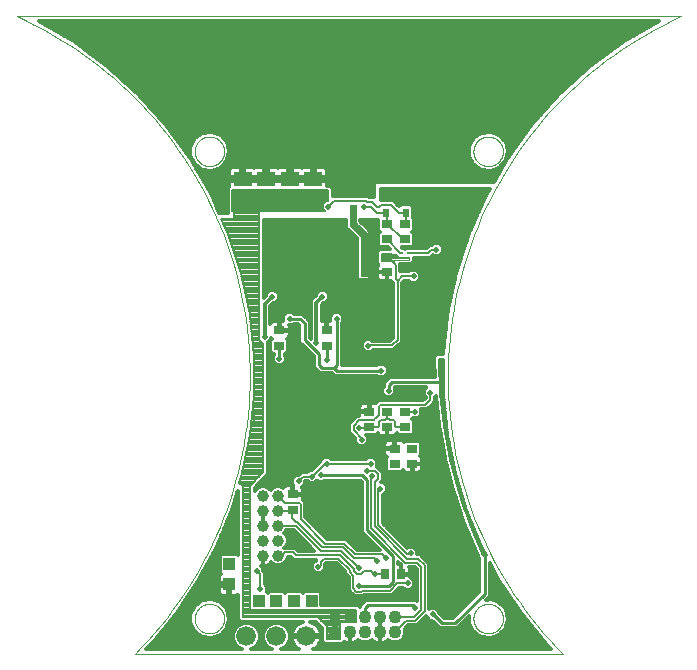
<source format=gbl>
G75*
%MOIN*%
%OFA0B0*%
%FSLAX25Y25*%
%IPPOS*%
%LPD*%
%AMOC8*
5,1,8,0,0,1.08239X$1,22.5*
%
%ADD10C,0.00000*%
%ADD11C,0.00039*%
%ADD12R,0.05906X0.05118*%
%ADD13R,0.03543X0.02756*%
%ADD14R,0.02362X0.03150*%
%ADD15C,0.04331*%
%ADD16R,0.03937X0.04331*%
%ADD17C,0.03937*%
%ADD18R,0.02756X0.03543*%
%ADD19C,0.00827*%
%ADD20C,0.06600*%
%ADD21R,0.03937X0.03937*%
%ADD22C,0.00600*%
%ADD23C,0.00800*%
%ADD24C,0.01929*%
%ADD25C,0.01200*%
%ADD26C,0.00200*%
%ADD27C,0.01709*%
%ADD28C,0.01000*%
%ADD29C,0.00400*%
D10*
X0073943Y0027191D02*
X0216659Y0027191D01*
X0178274Y0119711D02*
X0178317Y0122928D01*
X0178438Y0126143D01*
X0178637Y0129354D01*
X0178915Y0132559D01*
X0179271Y0135756D01*
X0179705Y0138944D01*
X0180216Y0142120D01*
X0180805Y0145283D01*
X0181471Y0148431D01*
X0182214Y0151561D01*
X0183032Y0154672D01*
X0183927Y0157763D01*
X0184896Y0160830D01*
X0185941Y0163873D01*
X0187059Y0166890D01*
X0188250Y0169878D01*
X0189514Y0172837D01*
X0190850Y0175764D01*
X0192257Y0178657D01*
X0193734Y0181515D01*
X0195280Y0184336D01*
X0196895Y0187119D01*
X0198577Y0189861D01*
X0200326Y0192562D01*
X0202140Y0195219D01*
X0204018Y0197831D01*
X0205960Y0200396D01*
X0207964Y0202913D01*
X0210028Y0205381D01*
X0212152Y0207797D01*
X0214334Y0210161D01*
X0216574Y0212471D01*
X0218869Y0214725D01*
X0221219Y0216923D01*
X0223621Y0219063D01*
X0226075Y0221143D01*
X0228579Y0223163D01*
X0231131Y0225121D01*
X0233731Y0227017D01*
X0236376Y0228848D01*
X0239065Y0230615D01*
X0241796Y0232315D01*
X0244568Y0233948D01*
X0247379Y0235512D01*
X0250228Y0237008D01*
X0253112Y0238434D01*
X0256030Y0239789D01*
X0256029Y0239789D02*
X0034572Y0239789D01*
X0112328Y0119710D02*
X0112279Y0116500D01*
X0112151Y0113291D01*
X0111945Y0110087D01*
X0111661Y0106888D01*
X0111299Y0103698D01*
X0110860Y0100517D01*
X0110343Y0097348D01*
X0109749Y0094193D01*
X0109078Y0091053D01*
X0108331Y0087930D01*
X0107508Y0084826D01*
X0106610Y0081743D01*
X0105637Y0078684D01*
X0104589Y0075648D01*
X0103468Y0072639D01*
X0102273Y0069659D01*
X0101007Y0066708D01*
X0099669Y0063789D01*
X0098260Y0060904D01*
X0096781Y0058054D01*
X0095233Y0055241D01*
X0093617Y0052466D01*
X0091934Y0049731D01*
X0090185Y0047039D01*
X0088371Y0044390D01*
X0086492Y0041785D01*
X0084551Y0039228D01*
X0082548Y0036718D01*
X0080484Y0034258D01*
X0078361Y0031849D01*
X0076180Y0029493D01*
X0073942Y0027190D01*
X0112328Y0119711D02*
X0112285Y0122928D01*
X0112164Y0126143D01*
X0111965Y0129354D01*
X0111687Y0132559D01*
X0111331Y0135756D01*
X0110897Y0138944D01*
X0110386Y0142120D01*
X0109797Y0145283D01*
X0109131Y0148431D01*
X0108388Y0151561D01*
X0107570Y0154672D01*
X0106675Y0157763D01*
X0105706Y0160830D01*
X0104661Y0163873D01*
X0103543Y0166890D01*
X0102352Y0169878D01*
X0101088Y0172837D01*
X0099752Y0175764D01*
X0098345Y0178657D01*
X0096868Y0181515D01*
X0095322Y0184336D01*
X0093707Y0187119D01*
X0092025Y0189861D01*
X0090276Y0192562D01*
X0088462Y0195219D01*
X0086584Y0197831D01*
X0084642Y0200396D01*
X0082638Y0202913D01*
X0080574Y0205381D01*
X0078450Y0207797D01*
X0076268Y0210161D01*
X0074028Y0212471D01*
X0071733Y0214725D01*
X0069383Y0216923D01*
X0066981Y0219063D01*
X0064527Y0221143D01*
X0062023Y0223163D01*
X0059471Y0225121D01*
X0056871Y0227017D01*
X0054226Y0228848D01*
X0051537Y0230615D01*
X0048806Y0232315D01*
X0046034Y0233948D01*
X0043223Y0235512D01*
X0040374Y0237008D01*
X0037490Y0238434D01*
X0034572Y0239789D01*
X0178273Y0119710D02*
X0178322Y0116500D01*
X0178450Y0113291D01*
X0178656Y0110087D01*
X0178940Y0106888D01*
X0179302Y0103698D01*
X0179741Y0100517D01*
X0180258Y0097348D01*
X0180852Y0094193D01*
X0181523Y0091053D01*
X0182270Y0087930D01*
X0183093Y0084826D01*
X0183991Y0081743D01*
X0184964Y0078684D01*
X0186012Y0075648D01*
X0187133Y0072639D01*
X0188328Y0069659D01*
X0189594Y0066708D01*
X0190932Y0063789D01*
X0192341Y0060904D01*
X0193820Y0058054D01*
X0195368Y0055241D01*
X0196984Y0052466D01*
X0198667Y0049731D01*
X0200416Y0047039D01*
X0202230Y0044390D01*
X0204109Y0041785D01*
X0206050Y0039228D01*
X0208053Y0036718D01*
X0210117Y0034258D01*
X0212240Y0031849D01*
X0214421Y0029493D01*
X0216659Y0027190D01*
D11*
X0186836Y0039002D02*
X0186838Y0039142D01*
X0186844Y0039282D01*
X0186854Y0039421D01*
X0186868Y0039560D01*
X0186886Y0039699D01*
X0186907Y0039837D01*
X0186933Y0039975D01*
X0186963Y0040112D01*
X0186996Y0040247D01*
X0187034Y0040382D01*
X0187075Y0040516D01*
X0187120Y0040649D01*
X0187168Y0040780D01*
X0187221Y0040909D01*
X0187277Y0041038D01*
X0187336Y0041164D01*
X0187400Y0041289D01*
X0187466Y0041412D01*
X0187537Y0041533D01*
X0187610Y0041652D01*
X0187687Y0041769D01*
X0187768Y0041883D01*
X0187851Y0041995D01*
X0187938Y0042105D01*
X0188028Y0042213D01*
X0188120Y0042317D01*
X0188216Y0042419D01*
X0188315Y0042519D01*
X0188416Y0042615D01*
X0188520Y0042709D01*
X0188627Y0042799D01*
X0188736Y0042886D01*
X0188848Y0042971D01*
X0188962Y0043052D01*
X0189078Y0043130D01*
X0189196Y0043204D01*
X0189317Y0043275D01*
X0189439Y0043343D01*
X0189564Y0043407D01*
X0189690Y0043468D01*
X0189817Y0043525D01*
X0189947Y0043578D01*
X0190078Y0043628D01*
X0190210Y0043673D01*
X0190343Y0043716D01*
X0190478Y0043754D01*
X0190613Y0043788D01*
X0190750Y0043819D01*
X0190887Y0043846D01*
X0191025Y0043868D01*
X0191164Y0043887D01*
X0191303Y0043902D01*
X0191442Y0043913D01*
X0191582Y0043920D01*
X0191722Y0043923D01*
X0191862Y0043922D01*
X0192002Y0043917D01*
X0192141Y0043908D01*
X0192281Y0043895D01*
X0192420Y0043878D01*
X0192558Y0043857D01*
X0192696Y0043833D01*
X0192833Y0043804D01*
X0192969Y0043772D01*
X0193104Y0043735D01*
X0193238Y0043695D01*
X0193371Y0043651D01*
X0193502Y0043603D01*
X0193632Y0043552D01*
X0193761Y0043497D01*
X0193888Y0043438D01*
X0194013Y0043375D01*
X0194136Y0043310D01*
X0194258Y0043240D01*
X0194377Y0043167D01*
X0194495Y0043091D01*
X0194610Y0043012D01*
X0194723Y0042929D01*
X0194833Y0042843D01*
X0194941Y0042754D01*
X0195046Y0042662D01*
X0195149Y0042567D01*
X0195249Y0042469D01*
X0195346Y0042369D01*
X0195440Y0042265D01*
X0195532Y0042159D01*
X0195620Y0042051D01*
X0195705Y0041940D01*
X0195787Y0041826D01*
X0195866Y0041710D01*
X0195941Y0041593D01*
X0196013Y0041473D01*
X0196081Y0041351D01*
X0196146Y0041227D01*
X0196208Y0041101D01*
X0196266Y0040974D01*
X0196320Y0040845D01*
X0196371Y0040714D01*
X0196417Y0040582D01*
X0196460Y0040449D01*
X0196500Y0040315D01*
X0196535Y0040180D01*
X0196567Y0040043D01*
X0196594Y0039906D01*
X0196618Y0039768D01*
X0196638Y0039630D01*
X0196654Y0039491D01*
X0196666Y0039351D01*
X0196674Y0039212D01*
X0196678Y0039072D01*
X0196678Y0038932D01*
X0196674Y0038792D01*
X0196666Y0038653D01*
X0196654Y0038513D01*
X0196638Y0038374D01*
X0196618Y0038236D01*
X0196594Y0038098D01*
X0196567Y0037961D01*
X0196535Y0037824D01*
X0196500Y0037689D01*
X0196460Y0037555D01*
X0196417Y0037422D01*
X0196371Y0037290D01*
X0196320Y0037159D01*
X0196266Y0037030D01*
X0196208Y0036903D01*
X0196146Y0036777D01*
X0196081Y0036653D01*
X0196013Y0036531D01*
X0195941Y0036411D01*
X0195866Y0036294D01*
X0195787Y0036178D01*
X0195705Y0036064D01*
X0195620Y0035953D01*
X0195532Y0035845D01*
X0195440Y0035739D01*
X0195346Y0035635D01*
X0195249Y0035535D01*
X0195149Y0035437D01*
X0195046Y0035342D01*
X0194941Y0035250D01*
X0194833Y0035161D01*
X0194723Y0035075D01*
X0194610Y0034992D01*
X0194495Y0034913D01*
X0194377Y0034837D01*
X0194258Y0034764D01*
X0194136Y0034694D01*
X0194013Y0034629D01*
X0193888Y0034566D01*
X0193761Y0034507D01*
X0193632Y0034452D01*
X0193502Y0034401D01*
X0193371Y0034353D01*
X0193238Y0034309D01*
X0193104Y0034269D01*
X0192969Y0034232D01*
X0192833Y0034200D01*
X0192696Y0034171D01*
X0192558Y0034147D01*
X0192420Y0034126D01*
X0192281Y0034109D01*
X0192141Y0034096D01*
X0192002Y0034087D01*
X0191862Y0034082D01*
X0191722Y0034081D01*
X0191582Y0034084D01*
X0191442Y0034091D01*
X0191303Y0034102D01*
X0191164Y0034117D01*
X0191025Y0034136D01*
X0190887Y0034158D01*
X0190750Y0034185D01*
X0190613Y0034216D01*
X0190478Y0034250D01*
X0190343Y0034288D01*
X0190210Y0034331D01*
X0190078Y0034376D01*
X0189947Y0034426D01*
X0189817Y0034479D01*
X0189690Y0034536D01*
X0189564Y0034597D01*
X0189439Y0034661D01*
X0189317Y0034729D01*
X0189196Y0034800D01*
X0189078Y0034874D01*
X0188962Y0034952D01*
X0188848Y0035033D01*
X0188736Y0035118D01*
X0188627Y0035205D01*
X0188520Y0035295D01*
X0188416Y0035389D01*
X0188315Y0035485D01*
X0188216Y0035585D01*
X0188120Y0035687D01*
X0188028Y0035791D01*
X0187938Y0035899D01*
X0187851Y0036009D01*
X0187768Y0036121D01*
X0187687Y0036235D01*
X0187610Y0036352D01*
X0187537Y0036471D01*
X0187466Y0036592D01*
X0187400Y0036715D01*
X0187336Y0036840D01*
X0187277Y0036966D01*
X0187221Y0037095D01*
X0187168Y0037224D01*
X0187120Y0037355D01*
X0187075Y0037488D01*
X0187034Y0037622D01*
X0186996Y0037757D01*
X0186963Y0037892D01*
X0186933Y0038029D01*
X0186907Y0038167D01*
X0186886Y0038305D01*
X0186868Y0038444D01*
X0186854Y0038583D01*
X0186844Y0038722D01*
X0186838Y0038862D01*
X0186836Y0039002D01*
X0093923Y0039002D02*
X0093925Y0039142D01*
X0093931Y0039282D01*
X0093941Y0039421D01*
X0093955Y0039560D01*
X0093973Y0039699D01*
X0093994Y0039837D01*
X0094020Y0039975D01*
X0094050Y0040112D01*
X0094083Y0040247D01*
X0094121Y0040382D01*
X0094162Y0040516D01*
X0094207Y0040649D01*
X0094255Y0040780D01*
X0094308Y0040909D01*
X0094364Y0041038D01*
X0094423Y0041164D01*
X0094487Y0041289D01*
X0094553Y0041412D01*
X0094624Y0041533D01*
X0094697Y0041652D01*
X0094774Y0041769D01*
X0094855Y0041883D01*
X0094938Y0041995D01*
X0095025Y0042105D01*
X0095115Y0042213D01*
X0095207Y0042317D01*
X0095303Y0042419D01*
X0095402Y0042519D01*
X0095503Y0042615D01*
X0095607Y0042709D01*
X0095714Y0042799D01*
X0095823Y0042886D01*
X0095935Y0042971D01*
X0096049Y0043052D01*
X0096165Y0043130D01*
X0096283Y0043204D01*
X0096404Y0043275D01*
X0096526Y0043343D01*
X0096651Y0043407D01*
X0096777Y0043468D01*
X0096904Y0043525D01*
X0097034Y0043578D01*
X0097165Y0043628D01*
X0097297Y0043673D01*
X0097430Y0043716D01*
X0097565Y0043754D01*
X0097700Y0043788D01*
X0097837Y0043819D01*
X0097974Y0043846D01*
X0098112Y0043868D01*
X0098251Y0043887D01*
X0098390Y0043902D01*
X0098529Y0043913D01*
X0098669Y0043920D01*
X0098809Y0043923D01*
X0098949Y0043922D01*
X0099089Y0043917D01*
X0099228Y0043908D01*
X0099368Y0043895D01*
X0099507Y0043878D01*
X0099645Y0043857D01*
X0099783Y0043833D01*
X0099920Y0043804D01*
X0100056Y0043772D01*
X0100191Y0043735D01*
X0100325Y0043695D01*
X0100458Y0043651D01*
X0100589Y0043603D01*
X0100719Y0043552D01*
X0100848Y0043497D01*
X0100975Y0043438D01*
X0101100Y0043375D01*
X0101223Y0043310D01*
X0101345Y0043240D01*
X0101464Y0043167D01*
X0101582Y0043091D01*
X0101697Y0043012D01*
X0101810Y0042929D01*
X0101920Y0042843D01*
X0102028Y0042754D01*
X0102133Y0042662D01*
X0102236Y0042567D01*
X0102336Y0042469D01*
X0102433Y0042369D01*
X0102527Y0042265D01*
X0102619Y0042159D01*
X0102707Y0042051D01*
X0102792Y0041940D01*
X0102874Y0041826D01*
X0102953Y0041710D01*
X0103028Y0041593D01*
X0103100Y0041473D01*
X0103168Y0041351D01*
X0103233Y0041227D01*
X0103295Y0041101D01*
X0103353Y0040974D01*
X0103407Y0040845D01*
X0103458Y0040714D01*
X0103504Y0040582D01*
X0103547Y0040449D01*
X0103587Y0040315D01*
X0103622Y0040180D01*
X0103654Y0040043D01*
X0103681Y0039906D01*
X0103705Y0039768D01*
X0103725Y0039630D01*
X0103741Y0039491D01*
X0103753Y0039351D01*
X0103761Y0039212D01*
X0103765Y0039072D01*
X0103765Y0038932D01*
X0103761Y0038792D01*
X0103753Y0038653D01*
X0103741Y0038513D01*
X0103725Y0038374D01*
X0103705Y0038236D01*
X0103681Y0038098D01*
X0103654Y0037961D01*
X0103622Y0037824D01*
X0103587Y0037689D01*
X0103547Y0037555D01*
X0103504Y0037422D01*
X0103458Y0037290D01*
X0103407Y0037159D01*
X0103353Y0037030D01*
X0103295Y0036903D01*
X0103233Y0036777D01*
X0103168Y0036653D01*
X0103100Y0036531D01*
X0103028Y0036411D01*
X0102953Y0036294D01*
X0102874Y0036178D01*
X0102792Y0036064D01*
X0102707Y0035953D01*
X0102619Y0035845D01*
X0102527Y0035739D01*
X0102433Y0035635D01*
X0102336Y0035535D01*
X0102236Y0035437D01*
X0102133Y0035342D01*
X0102028Y0035250D01*
X0101920Y0035161D01*
X0101810Y0035075D01*
X0101697Y0034992D01*
X0101582Y0034913D01*
X0101464Y0034837D01*
X0101345Y0034764D01*
X0101223Y0034694D01*
X0101100Y0034629D01*
X0100975Y0034566D01*
X0100848Y0034507D01*
X0100719Y0034452D01*
X0100589Y0034401D01*
X0100458Y0034353D01*
X0100325Y0034309D01*
X0100191Y0034269D01*
X0100056Y0034232D01*
X0099920Y0034200D01*
X0099783Y0034171D01*
X0099645Y0034147D01*
X0099507Y0034126D01*
X0099368Y0034109D01*
X0099228Y0034096D01*
X0099089Y0034087D01*
X0098949Y0034082D01*
X0098809Y0034081D01*
X0098669Y0034084D01*
X0098529Y0034091D01*
X0098390Y0034102D01*
X0098251Y0034117D01*
X0098112Y0034136D01*
X0097974Y0034158D01*
X0097837Y0034185D01*
X0097700Y0034216D01*
X0097565Y0034250D01*
X0097430Y0034288D01*
X0097297Y0034331D01*
X0097165Y0034376D01*
X0097034Y0034426D01*
X0096904Y0034479D01*
X0096777Y0034536D01*
X0096651Y0034597D01*
X0096526Y0034661D01*
X0096404Y0034729D01*
X0096283Y0034800D01*
X0096165Y0034874D01*
X0096049Y0034952D01*
X0095935Y0035033D01*
X0095823Y0035118D01*
X0095714Y0035205D01*
X0095607Y0035295D01*
X0095503Y0035389D01*
X0095402Y0035485D01*
X0095303Y0035585D01*
X0095207Y0035687D01*
X0095115Y0035791D01*
X0095025Y0035899D01*
X0094938Y0036009D01*
X0094855Y0036121D01*
X0094774Y0036235D01*
X0094697Y0036352D01*
X0094624Y0036471D01*
X0094553Y0036592D01*
X0094487Y0036715D01*
X0094423Y0036840D01*
X0094364Y0036966D01*
X0094308Y0037095D01*
X0094255Y0037224D01*
X0094207Y0037355D01*
X0094162Y0037488D01*
X0094121Y0037622D01*
X0094083Y0037757D01*
X0094050Y0037892D01*
X0094020Y0038029D01*
X0093994Y0038167D01*
X0093973Y0038305D01*
X0093955Y0038444D01*
X0093941Y0038583D01*
X0093931Y0038722D01*
X0093925Y0038862D01*
X0093923Y0039002D01*
X0093923Y0194750D02*
X0093925Y0194890D01*
X0093931Y0195030D01*
X0093941Y0195169D01*
X0093955Y0195308D01*
X0093973Y0195447D01*
X0093994Y0195585D01*
X0094020Y0195723D01*
X0094050Y0195860D01*
X0094083Y0195995D01*
X0094121Y0196130D01*
X0094162Y0196264D01*
X0094207Y0196397D01*
X0094255Y0196528D01*
X0094308Y0196657D01*
X0094364Y0196786D01*
X0094423Y0196912D01*
X0094487Y0197037D01*
X0094553Y0197160D01*
X0094624Y0197281D01*
X0094697Y0197400D01*
X0094774Y0197517D01*
X0094855Y0197631D01*
X0094938Y0197743D01*
X0095025Y0197853D01*
X0095115Y0197961D01*
X0095207Y0198065D01*
X0095303Y0198167D01*
X0095402Y0198267D01*
X0095503Y0198363D01*
X0095607Y0198457D01*
X0095714Y0198547D01*
X0095823Y0198634D01*
X0095935Y0198719D01*
X0096049Y0198800D01*
X0096165Y0198878D01*
X0096283Y0198952D01*
X0096404Y0199023D01*
X0096526Y0199091D01*
X0096651Y0199155D01*
X0096777Y0199216D01*
X0096904Y0199273D01*
X0097034Y0199326D01*
X0097165Y0199376D01*
X0097297Y0199421D01*
X0097430Y0199464D01*
X0097565Y0199502D01*
X0097700Y0199536D01*
X0097837Y0199567D01*
X0097974Y0199594D01*
X0098112Y0199616D01*
X0098251Y0199635D01*
X0098390Y0199650D01*
X0098529Y0199661D01*
X0098669Y0199668D01*
X0098809Y0199671D01*
X0098949Y0199670D01*
X0099089Y0199665D01*
X0099228Y0199656D01*
X0099368Y0199643D01*
X0099507Y0199626D01*
X0099645Y0199605D01*
X0099783Y0199581D01*
X0099920Y0199552D01*
X0100056Y0199520D01*
X0100191Y0199483D01*
X0100325Y0199443D01*
X0100458Y0199399D01*
X0100589Y0199351D01*
X0100719Y0199300D01*
X0100848Y0199245D01*
X0100975Y0199186D01*
X0101100Y0199123D01*
X0101223Y0199058D01*
X0101345Y0198988D01*
X0101464Y0198915D01*
X0101582Y0198839D01*
X0101697Y0198760D01*
X0101810Y0198677D01*
X0101920Y0198591D01*
X0102028Y0198502D01*
X0102133Y0198410D01*
X0102236Y0198315D01*
X0102336Y0198217D01*
X0102433Y0198117D01*
X0102527Y0198013D01*
X0102619Y0197907D01*
X0102707Y0197799D01*
X0102792Y0197688D01*
X0102874Y0197574D01*
X0102953Y0197458D01*
X0103028Y0197341D01*
X0103100Y0197221D01*
X0103168Y0197099D01*
X0103233Y0196975D01*
X0103295Y0196849D01*
X0103353Y0196722D01*
X0103407Y0196593D01*
X0103458Y0196462D01*
X0103504Y0196330D01*
X0103547Y0196197D01*
X0103587Y0196063D01*
X0103622Y0195928D01*
X0103654Y0195791D01*
X0103681Y0195654D01*
X0103705Y0195516D01*
X0103725Y0195378D01*
X0103741Y0195239D01*
X0103753Y0195099D01*
X0103761Y0194960D01*
X0103765Y0194820D01*
X0103765Y0194680D01*
X0103761Y0194540D01*
X0103753Y0194401D01*
X0103741Y0194261D01*
X0103725Y0194122D01*
X0103705Y0193984D01*
X0103681Y0193846D01*
X0103654Y0193709D01*
X0103622Y0193572D01*
X0103587Y0193437D01*
X0103547Y0193303D01*
X0103504Y0193170D01*
X0103458Y0193038D01*
X0103407Y0192907D01*
X0103353Y0192778D01*
X0103295Y0192651D01*
X0103233Y0192525D01*
X0103168Y0192401D01*
X0103100Y0192279D01*
X0103028Y0192159D01*
X0102953Y0192042D01*
X0102874Y0191926D01*
X0102792Y0191812D01*
X0102707Y0191701D01*
X0102619Y0191593D01*
X0102527Y0191487D01*
X0102433Y0191383D01*
X0102336Y0191283D01*
X0102236Y0191185D01*
X0102133Y0191090D01*
X0102028Y0190998D01*
X0101920Y0190909D01*
X0101810Y0190823D01*
X0101697Y0190740D01*
X0101582Y0190661D01*
X0101464Y0190585D01*
X0101345Y0190512D01*
X0101223Y0190442D01*
X0101100Y0190377D01*
X0100975Y0190314D01*
X0100848Y0190255D01*
X0100719Y0190200D01*
X0100589Y0190149D01*
X0100458Y0190101D01*
X0100325Y0190057D01*
X0100191Y0190017D01*
X0100056Y0189980D01*
X0099920Y0189948D01*
X0099783Y0189919D01*
X0099645Y0189895D01*
X0099507Y0189874D01*
X0099368Y0189857D01*
X0099228Y0189844D01*
X0099089Y0189835D01*
X0098949Y0189830D01*
X0098809Y0189829D01*
X0098669Y0189832D01*
X0098529Y0189839D01*
X0098390Y0189850D01*
X0098251Y0189865D01*
X0098112Y0189884D01*
X0097974Y0189906D01*
X0097837Y0189933D01*
X0097700Y0189964D01*
X0097565Y0189998D01*
X0097430Y0190036D01*
X0097297Y0190079D01*
X0097165Y0190124D01*
X0097034Y0190174D01*
X0096904Y0190227D01*
X0096777Y0190284D01*
X0096651Y0190345D01*
X0096526Y0190409D01*
X0096404Y0190477D01*
X0096283Y0190548D01*
X0096165Y0190622D01*
X0096049Y0190700D01*
X0095935Y0190781D01*
X0095823Y0190866D01*
X0095714Y0190953D01*
X0095607Y0191043D01*
X0095503Y0191137D01*
X0095402Y0191233D01*
X0095303Y0191333D01*
X0095207Y0191435D01*
X0095115Y0191539D01*
X0095025Y0191647D01*
X0094938Y0191757D01*
X0094855Y0191869D01*
X0094774Y0191983D01*
X0094697Y0192100D01*
X0094624Y0192219D01*
X0094553Y0192340D01*
X0094487Y0192463D01*
X0094423Y0192588D01*
X0094364Y0192714D01*
X0094308Y0192843D01*
X0094255Y0192972D01*
X0094207Y0193103D01*
X0094162Y0193236D01*
X0094121Y0193370D01*
X0094083Y0193505D01*
X0094050Y0193640D01*
X0094020Y0193777D01*
X0093994Y0193915D01*
X0093973Y0194053D01*
X0093955Y0194192D01*
X0093941Y0194331D01*
X0093931Y0194470D01*
X0093925Y0194610D01*
X0093923Y0194750D01*
X0186836Y0194750D02*
X0186838Y0194890D01*
X0186844Y0195030D01*
X0186854Y0195169D01*
X0186868Y0195308D01*
X0186886Y0195447D01*
X0186907Y0195585D01*
X0186933Y0195723D01*
X0186963Y0195860D01*
X0186996Y0195995D01*
X0187034Y0196130D01*
X0187075Y0196264D01*
X0187120Y0196397D01*
X0187168Y0196528D01*
X0187221Y0196657D01*
X0187277Y0196786D01*
X0187336Y0196912D01*
X0187400Y0197037D01*
X0187466Y0197160D01*
X0187537Y0197281D01*
X0187610Y0197400D01*
X0187687Y0197517D01*
X0187768Y0197631D01*
X0187851Y0197743D01*
X0187938Y0197853D01*
X0188028Y0197961D01*
X0188120Y0198065D01*
X0188216Y0198167D01*
X0188315Y0198267D01*
X0188416Y0198363D01*
X0188520Y0198457D01*
X0188627Y0198547D01*
X0188736Y0198634D01*
X0188848Y0198719D01*
X0188962Y0198800D01*
X0189078Y0198878D01*
X0189196Y0198952D01*
X0189317Y0199023D01*
X0189439Y0199091D01*
X0189564Y0199155D01*
X0189690Y0199216D01*
X0189817Y0199273D01*
X0189947Y0199326D01*
X0190078Y0199376D01*
X0190210Y0199421D01*
X0190343Y0199464D01*
X0190478Y0199502D01*
X0190613Y0199536D01*
X0190750Y0199567D01*
X0190887Y0199594D01*
X0191025Y0199616D01*
X0191164Y0199635D01*
X0191303Y0199650D01*
X0191442Y0199661D01*
X0191582Y0199668D01*
X0191722Y0199671D01*
X0191862Y0199670D01*
X0192002Y0199665D01*
X0192141Y0199656D01*
X0192281Y0199643D01*
X0192420Y0199626D01*
X0192558Y0199605D01*
X0192696Y0199581D01*
X0192833Y0199552D01*
X0192969Y0199520D01*
X0193104Y0199483D01*
X0193238Y0199443D01*
X0193371Y0199399D01*
X0193502Y0199351D01*
X0193632Y0199300D01*
X0193761Y0199245D01*
X0193888Y0199186D01*
X0194013Y0199123D01*
X0194136Y0199058D01*
X0194258Y0198988D01*
X0194377Y0198915D01*
X0194495Y0198839D01*
X0194610Y0198760D01*
X0194723Y0198677D01*
X0194833Y0198591D01*
X0194941Y0198502D01*
X0195046Y0198410D01*
X0195149Y0198315D01*
X0195249Y0198217D01*
X0195346Y0198117D01*
X0195440Y0198013D01*
X0195532Y0197907D01*
X0195620Y0197799D01*
X0195705Y0197688D01*
X0195787Y0197574D01*
X0195866Y0197458D01*
X0195941Y0197341D01*
X0196013Y0197221D01*
X0196081Y0197099D01*
X0196146Y0196975D01*
X0196208Y0196849D01*
X0196266Y0196722D01*
X0196320Y0196593D01*
X0196371Y0196462D01*
X0196417Y0196330D01*
X0196460Y0196197D01*
X0196500Y0196063D01*
X0196535Y0195928D01*
X0196567Y0195791D01*
X0196594Y0195654D01*
X0196618Y0195516D01*
X0196638Y0195378D01*
X0196654Y0195239D01*
X0196666Y0195099D01*
X0196674Y0194960D01*
X0196678Y0194820D01*
X0196678Y0194680D01*
X0196674Y0194540D01*
X0196666Y0194401D01*
X0196654Y0194261D01*
X0196638Y0194122D01*
X0196618Y0193984D01*
X0196594Y0193846D01*
X0196567Y0193709D01*
X0196535Y0193572D01*
X0196500Y0193437D01*
X0196460Y0193303D01*
X0196417Y0193170D01*
X0196371Y0193038D01*
X0196320Y0192907D01*
X0196266Y0192778D01*
X0196208Y0192651D01*
X0196146Y0192525D01*
X0196081Y0192401D01*
X0196013Y0192279D01*
X0195941Y0192159D01*
X0195866Y0192042D01*
X0195787Y0191926D01*
X0195705Y0191812D01*
X0195620Y0191701D01*
X0195532Y0191593D01*
X0195440Y0191487D01*
X0195346Y0191383D01*
X0195249Y0191283D01*
X0195149Y0191185D01*
X0195046Y0191090D01*
X0194941Y0190998D01*
X0194833Y0190909D01*
X0194723Y0190823D01*
X0194610Y0190740D01*
X0194495Y0190661D01*
X0194377Y0190585D01*
X0194258Y0190512D01*
X0194136Y0190442D01*
X0194013Y0190377D01*
X0193888Y0190314D01*
X0193761Y0190255D01*
X0193632Y0190200D01*
X0193502Y0190149D01*
X0193371Y0190101D01*
X0193238Y0190057D01*
X0193104Y0190017D01*
X0192969Y0189980D01*
X0192833Y0189948D01*
X0192696Y0189919D01*
X0192558Y0189895D01*
X0192420Y0189874D01*
X0192281Y0189857D01*
X0192141Y0189844D01*
X0192002Y0189835D01*
X0191862Y0189830D01*
X0191722Y0189829D01*
X0191582Y0189832D01*
X0191442Y0189839D01*
X0191303Y0189850D01*
X0191164Y0189865D01*
X0191025Y0189884D01*
X0190887Y0189906D01*
X0190750Y0189933D01*
X0190613Y0189964D01*
X0190478Y0189998D01*
X0190343Y0190036D01*
X0190210Y0190079D01*
X0190078Y0190124D01*
X0189947Y0190174D01*
X0189817Y0190227D01*
X0189690Y0190284D01*
X0189564Y0190345D01*
X0189439Y0190409D01*
X0189317Y0190477D01*
X0189196Y0190548D01*
X0189078Y0190622D01*
X0188962Y0190700D01*
X0188848Y0190781D01*
X0188736Y0190866D01*
X0188627Y0190953D01*
X0188520Y0191043D01*
X0188416Y0191137D01*
X0188315Y0191233D01*
X0188216Y0191333D01*
X0188120Y0191435D01*
X0188028Y0191539D01*
X0187938Y0191647D01*
X0187851Y0191757D01*
X0187768Y0191869D01*
X0187687Y0191983D01*
X0187610Y0192100D01*
X0187537Y0192219D01*
X0187466Y0192340D01*
X0187400Y0192463D01*
X0187336Y0192588D01*
X0187277Y0192714D01*
X0187221Y0192843D01*
X0187168Y0192972D01*
X0187120Y0193103D01*
X0187075Y0193236D01*
X0187034Y0193370D01*
X0186996Y0193505D01*
X0186963Y0193640D01*
X0186933Y0193777D01*
X0186907Y0193915D01*
X0186886Y0194053D01*
X0186868Y0194192D01*
X0186854Y0194331D01*
X0186844Y0194470D01*
X0186838Y0194610D01*
X0186836Y0194750D01*
D12*
X0133490Y0185458D03*
X0133490Y0177978D03*
X0125616Y0177978D03*
X0117742Y0177978D03*
X0117742Y0185458D03*
X0125616Y0185458D03*
X0109868Y0185458D03*
X0109868Y0177978D03*
D13*
X0158096Y0170498D03*
X0158096Y0165380D03*
X0158096Y0159671D03*
X0158096Y0154553D03*
X0164002Y0165380D03*
X0164002Y0170498D03*
X0137919Y0135065D03*
X0137919Y0129946D03*
X0122171Y0129946D03*
X0122171Y0135065D03*
X0152191Y0107998D03*
X0158096Y0107998D03*
X0158096Y0102880D03*
X0152191Y0102880D03*
X0160557Y0095694D03*
X0160557Y0090576D03*
X0166462Y0090576D03*
X0166462Y0095694D03*
X0164002Y0102880D03*
X0164002Y0107998D03*
X0126600Y0080439D03*
X0126600Y0075320D03*
D14*
X0157702Y0174336D03*
X0164395Y0174336D03*
D15*
X0160714Y0039533D03*
X0155714Y0039533D03*
X0150714Y0039533D03*
X0145714Y0039533D03*
X0140714Y0039533D03*
X0140714Y0034533D03*
X0145714Y0034533D03*
X0150714Y0034533D03*
X0155714Y0034533D03*
X0160714Y0034533D03*
D16*
X0105439Y0050419D03*
X0105439Y0057112D03*
D17*
X0116718Y0060006D03*
X0116718Y0065006D03*
X0116718Y0070006D03*
X0116718Y0075006D03*
X0116718Y0080006D03*
X0121718Y0080006D03*
X0121718Y0075006D03*
X0121718Y0070006D03*
X0121718Y0065006D03*
X0121718Y0060006D03*
D18*
X0157506Y0053765D03*
X0162624Y0053765D03*
D19*
X0163116Y0159179D03*
X0163116Y0160950D03*
X0164887Y0160950D03*
X0164887Y0159179D03*
D20*
X0131187Y0033096D03*
X0121187Y0033096D03*
X0111187Y0033096D03*
D21*
X0115281Y0044907D03*
X0121187Y0044907D03*
X0127092Y0044907D03*
X0132998Y0044907D03*
D22*
X0135163Y0056226D02*
X0135458Y0056226D01*
X0135950Y0056718D01*
X0135950Y0057979D01*
X0136935Y0058963D01*
X0141851Y0058963D01*
X0145681Y0055133D01*
X0145681Y0054464D01*
X0146777Y0053368D01*
X0146777Y0050620D01*
X0146757Y0050601D01*
X0146757Y0049056D01*
X0147850Y0047964D01*
X0149394Y0047964D01*
X0149783Y0048352D01*
X0159092Y0048352D01*
X0161478Y0050739D01*
X0164959Y0050739D01*
X0169415Y0056226D02*
X0169415Y0041954D01*
X0166994Y0039533D01*
X0160714Y0039533D01*
X0164514Y0038333D02*
X0167491Y0038333D01*
X0170615Y0041457D01*
X0170615Y0056723D01*
X0168436Y0058902D01*
X0164770Y0058902D01*
X0153883Y0069790D01*
X0153883Y0084503D01*
X0155039Y0085660D01*
X0155039Y0087205D01*
X0153947Y0088297D01*
X0152402Y0088297D01*
X0152320Y0088214D01*
X0151206Y0088214D01*
X0153175Y0086432D02*
X0152683Y0085940D01*
X0152683Y0069129D01*
X0164109Y0057702D01*
X0167939Y0057702D01*
X0169415Y0056226D01*
X0165970Y0060655D02*
X0165970Y0060767D01*
X0165970Y0060655D02*
X0164714Y0060655D01*
X0155083Y0070287D01*
X0155083Y0081644D01*
X0155747Y0082309D01*
X0152683Y0090675D02*
X0137919Y0090675D01*
X0137427Y0090675D01*
X0133037Y0086285D01*
X0132998Y0086246D01*
X0130045Y0086246D01*
X0128569Y0084769D01*
X0121718Y0080006D02*
X0124125Y0077598D01*
X0128744Y0077598D01*
X0129272Y0077071D01*
X0129272Y0072204D01*
X0137437Y0064039D01*
X0143834Y0064039D01*
X0147495Y0060379D01*
X0156335Y0060379D01*
X0157604Y0059110D01*
X0154651Y0058194D02*
X0153667Y0059179D01*
X0146998Y0059179D01*
X0143337Y0062839D01*
X0136447Y0062839D01*
X0128081Y0071206D01*
X0127584Y0071206D01*
X0126285Y0072505D01*
X0126285Y0075006D01*
X0121718Y0075006D01*
X0126285Y0075006D02*
X0126600Y0075320D01*
X0127584Y0070006D02*
X0121718Y0070006D01*
X0127584Y0070006D02*
X0135950Y0061639D01*
X0142840Y0061639D01*
X0148746Y0055734D01*
X0146881Y0055630D02*
X0142348Y0060163D01*
X0127584Y0060163D01*
X0126600Y0061147D01*
X0124139Y0061147D01*
X0122998Y0060006D01*
X0121718Y0060006D01*
X0115773Y0053765D02*
X0114701Y0054838D01*
X0115773Y0053765D02*
X0115773Y0048844D01*
X0105439Y0057112D02*
X0105439Y0057210D01*
X0146881Y0055630D02*
X0146881Y0054962D01*
X0147973Y0053869D01*
X0149518Y0053869D01*
X0150398Y0054750D01*
X0152683Y0054750D01*
X0153667Y0053765D01*
X0154159Y0053765D01*
X0157506Y0053765D01*
X0164514Y0038333D02*
X0160714Y0034533D01*
X0160557Y0090576D02*
X0160546Y0090576D01*
X0160448Y0090675D01*
X0149561Y0098549D02*
X0149561Y0099034D01*
X0146881Y0101713D01*
X0146881Y0103258D01*
X0148780Y0105157D01*
X0153559Y0105157D01*
X0154121Y0105720D01*
X0154335Y0105720D01*
X0155424Y0106809D01*
X0155424Y0109748D01*
X0155952Y0110276D01*
X0170807Y0110276D01*
X0172368Y0111836D01*
X0172368Y0114297D01*
X0167338Y0107899D02*
X0164100Y0107899D01*
X0164002Y0107998D01*
X0160768Y0104630D02*
X0160241Y0105157D01*
X0158869Y0105157D01*
X0158096Y0105931D01*
X0158096Y0107998D01*
X0158096Y0105931D02*
X0157323Y0105157D01*
X0155952Y0105157D01*
X0155424Y0104630D01*
X0155424Y0103259D01*
X0155143Y0102978D01*
X0152289Y0102978D01*
X0152191Y0102880D01*
X0152978Y0102880D01*
X0152584Y0102486D01*
X0148746Y0102486D01*
X0160768Y0103259D02*
X0160768Y0104630D01*
X0160768Y0103259D02*
X0161147Y0102880D01*
X0164002Y0102880D01*
X0137251Y0174828D02*
X0106423Y0174828D01*
X0106423Y0181718D01*
X0138411Y0181718D01*
X0138411Y0178169D01*
X0137639Y0178169D01*
X0136546Y0177077D01*
X0136546Y0175532D01*
X0137251Y0174828D01*
X0137056Y0175023D02*
X0106423Y0175023D01*
X0106423Y0175621D02*
X0136546Y0175621D01*
X0136546Y0176220D02*
X0106423Y0176220D01*
X0106423Y0176818D02*
X0136546Y0176818D01*
X0136886Y0177417D02*
X0106423Y0177417D01*
X0106423Y0178015D02*
X0137485Y0178015D01*
X0138411Y0178614D02*
X0106423Y0178614D01*
X0106423Y0179212D02*
X0138411Y0179212D01*
X0138411Y0179811D02*
X0106423Y0179811D01*
X0106423Y0180409D02*
X0138411Y0180409D01*
X0138411Y0181008D02*
X0106423Y0181008D01*
X0106423Y0181606D02*
X0138411Y0181606D01*
D23*
X0140376Y0178269D02*
X0151036Y0178269D01*
X0151524Y0177781D01*
X0153186Y0177781D01*
X0154657Y0176310D01*
X0155506Y0176310D01*
X0156107Y0176911D01*
X0159298Y0176911D01*
X0161872Y0174336D01*
X0164395Y0174336D01*
X0164395Y0170891D01*
X0164002Y0170498D01*
X0164002Y0165380D02*
X0163214Y0165380D01*
X0158096Y0170498D01*
X0158096Y0173943D01*
X0157702Y0174336D01*
X0154651Y0174336D01*
X0152683Y0176305D01*
X0150222Y0176305D01*
X0140376Y0178269D02*
X0138411Y0176305D01*
X0158096Y0165380D02*
X0162525Y0160950D01*
X0163116Y0160950D01*
X0164887Y0160950D02*
X0171777Y0160950D01*
X0172860Y0162033D01*
X0174435Y0162033D01*
X0166931Y0153151D02*
X0162994Y0153151D01*
X0161541Y0151698D01*
X0160868Y0152372D01*
X0160868Y0156899D01*
X0158096Y0159671D01*
X0161541Y0151698D02*
X0161541Y0132013D01*
X0159572Y0130045D01*
X0151797Y0130045D01*
X0151698Y0129946D01*
X0116757Y0130199D02*
X0113348Y0130199D01*
X0113263Y0130997D02*
X0116297Y0130997D01*
X0116757Y0130537D02*
X0116757Y0087722D01*
X0112328Y0083293D01*
X0112328Y0047306D01*
X0112313Y0047290D01*
X0112313Y0042524D01*
X0112328Y0042509D01*
X0112328Y0041954D01*
X0112883Y0041954D01*
X0112898Y0041939D01*
X0117664Y0041939D01*
X0117680Y0041954D01*
X0118788Y0041954D01*
X0118804Y0041939D01*
X0123569Y0041939D01*
X0123585Y0041954D01*
X0124694Y0041954D01*
X0124709Y0041939D01*
X0129475Y0041939D01*
X0129491Y0041954D01*
X0130599Y0041954D01*
X0130615Y0041939D01*
X0135380Y0041939D01*
X0135396Y0041954D01*
X0147761Y0041954D01*
X0147761Y0040676D01*
X0147549Y0040163D01*
X0147549Y0038903D01*
X0147761Y0038390D01*
X0147761Y0038017D01*
X0142348Y0038017D01*
X0142348Y0032112D01*
X0137919Y0032112D01*
X0137919Y0036541D01*
X0134966Y0039494D01*
X0109868Y0039494D01*
X0109868Y0083293D01*
X0108854Y0084306D01*
X0109842Y0087549D01*
X0112401Y0100285D01*
X0112401Y0100285D01*
X0113707Y0113210D01*
X0113726Y0119129D01*
X0113729Y0119132D01*
X0113728Y0119709D01*
X0113730Y0120286D01*
X0113728Y0120288D01*
X0113721Y0126664D01*
X0112260Y0140492D01*
X0109366Y0154093D01*
X0109366Y0154093D01*
X0105073Y0167319D01*
X0102829Y0172368D01*
X0106915Y0172368D01*
X0106915Y0175320D01*
X0115281Y0175320D01*
X0115281Y0133807D01*
X0115247Y0133774D01*
X0115247Y0132146D01*
X0115281Y0132112D01*
X0115281Y0132013D01*
X0116757Y0130537D01*
X0116757Y0129400D02*
X0113432Y0129400D01*
X0113517Y0128601D02*
X0116757Y0128601D01*
X0116757Y0127803D02*
X0113601Y0127803D01*
X0113685Y0127004D02*
X0116757Y0127004D01*
X0116757Y0126206D02*
X0113722Y0126206D01*
X0113723Y0125407D02*
X0116757Y0125407D01*
X0116757Y0124609D02*
X0113723Y0124609D01*
X0113724Y0123810D02*
X0116757Y0123810D01*
X0116757Y0123012D02*
X0113725Y0123012D01*
X0113726Y0122213D02*
X0116757Y0122213D01*
X0116757Y0121415D02*
X0113727Y0121415D01*
X0113727Y0120616D02*
X0116757Y0120616D01*
X0116757Y0119818D02*
X0113729Y0119818D01*
X0113726Y0119019D02*
X0116757Y0119019D01*
X0116757Y0118221D02*
X0113724Y0118221D01*
X0113721Y0117422D02*
X0116757Y0117422D01*
X0116757Y0116624D02*
X0113718Y0116624D01*
X0113716Y0115825D02*
X0116757Y0115825D01*
X0116757Y0115027D02*
X0113713Y0115027D01*
X0113711Y0114228D02*
X0116757Y0114228D01*
X0116757Y0113430D02*
X0113708Y0113430D01*
X0113707Y0113210D02*
X0113707Y0113210D01*
X0113649Y0112631D02*
X0116757Y0112631D01*
X0116757Y0111833D02*
X0113568Y0111833D01*
X0113487Y0111034D02*
X0116757Y0111034D01*
X0116757Y0110236D02*
X0113407Y0110236D01*
X0113326Y0109437D02*
X0116757Y0109437D01*
X0116757Y0108639D02*
X0113245Y0108639D01*
X0113165Y0107840D02*
X0116757Y0107840D01*
X0116757Y0107042D02*
X0113084Y0107042D01*
X0113003Y0106243D02*
X0116757Y0106243D01*
X0116757Y0105445D02*
X0112922Y0105445D01*
X0112842Y0104646D02*
X0116757Y0104646D01*
X0116757Y0103848D02*
X0112761Y0103848D01*
X0112680Y0103049D02*
X0116757Y0103049D01*
X0116757Y0102251D02*
X0112600Y0102251D01*
X0112519Y0101452D02*
X0116757Y0101452D01*
X0116757Y0100654D02*
X0112438Y0100654D01*
X0112314Y0099855D02*
X0116757Y0099855D01*
X0116757Y0099057D02*
X0112154Y0099057D01*
X0111994Y0098258D02*
X0116757Y0098258D01*
X0116757Y0097460D02*
X0111833Y0097460D01*
X0111673Y0096661D02*
X0116757Y0096661D01*
X0116757Y0095863D02*
X0111512Y0095863D01*
X0111352Y0095064D02*
X0116757Y0095064D01*
X0116757Y0094266D02*
X0111192Y0094266D01*
X0111031Y0093467D02*
X0116757Y0093467D01*
X0116757Y0092668D02*
X0110871Y0092668D01*
X0110710Y0091870D02*
X0116757Y0091870D01*
X0116757Y0091071D02*
X0110550Y0091071D01*
X0110389Y0090273D02*
X0116757Y0090273D01*
X0116757Y0089474D02*
X0110229Y0089474D01*
X0110069Y0088676D02*
X0116757Y0088676D01*
X0116757Y0087877D02*
X0109908Y0087877D01*
X0109842Y0087549D02*
X0109842Y0087549D01*
X0109699Y0087079D02*
X0116114Y0087079D01*
X0115316Y0086280D02*
X0109456Y0086280D01*
X0109212Y0085482D02*
X0114517Y0085482D01*
X0113719Y0084683D02*
X0108969Y0084683D01*
X0109276Y0083885D02*
X0112920Y0083885D01*
X0112328Y0083086D02*
X0109868Y0083086D01*
X0109868Y0082288D02*
X0112328Y0082288D01*
X0112328Y0081489D02*
X0109868Y0081489D01*
X0109868Y0080691D02*
X0112328Y0080691D01*
X0112328Y0079892D02*
X0109868Y0079892D01*
X0109868Y0079094D02*
X0112328Y0079094D01*
X0112328Y0078295D02*
X0109868Y0078295D01*
X0109868Y0077497D02*
X0112328Y0077497D01*
X0112328Y0076698D02*
X0109868Y0076698D01*
X0109868Y0075900D02*
X0112328Y0075900D01*
X0112328Y0075101D02*
X0109868Y0075101D01*
X0109868Y0074303D02*
X0112328Y0074303D01*
X0112328Y0073504D02*
X0109868Y0073504D01*
X0109868Y0072706D02*
X0112328Y0072706D01*
X0112328Y0071907D02*
X0109868Y0071907D01*
X0109868Y0071109D02*
X0112328Y0071109D01*
X0112328Y0070310D02*
X0109868Y0070310D01*
X0109868Y0069512D02*
X0112328Y0069512D01*
X0112328Y0068713D02*
X0109868Y0068713D01*
X0109868Y0067915D02*
X0112328Y0067915D01*
X0112328Y0067116D02*
X0109868Y0067116D01*
X0109868Y0066318D02*
X0112328Y0066318D01*
X0112328Y0065519D02*
X0109868Y0065519D01*
X0109868Y0064721D02*
X0112328Y0064721D01*
X0112328Y0063922D02*
X0109868Y0063922D01*
X0109868Y0063124D02*
X0112328Y0063124D01*
X0112328Y0062325D02*
X0109868Y0062325D01*
X0109868Y0061527D02*
X0112328Y0061527D01*
X0112328Y0060728D02*
X0109868Y0060728D01*
X0109868Y0059930D02*
X0112328Y0059930D01*
X0112328Y0059131D02*
X0109868Y0059131D01*
X0109868Y0058332D02*
X0112328Y0058332D01*
X0112328Y0057534D02*
X0109868Y0057534D01*
X0109868Y0056735D02*
X0112328Y0056735D01*
X0112328Y0055937D02*
X0109868Y0055937D01*
X0109868Y0055138D02*
X0112328Y0055138D01*
X0112328Y0054340D02*
X0109868Y0054340D01*
X0109868Y0053541D02*
X0112328Y0053541D01*
X0112328Y0052743D02*
X0109868Y0052743D01*
X0109868Y0051944D02*
X0112328Y0051944D01*
X0112328Y0051146D02*
X0109868Y0051146D01*
X0109868Y0050347D02*
X0112328Y0050347D01*
X0112328Y0049549D02*
X0109868Y0049549D01*
X0109868Y0048750D02*
X0112328Y0048750D01*
X0112328Y0047952D02*
X0109868Y0047952D01*
X0109868Y0047153D02*
X0112313Y0047153D01*
X0112313Y0046355D02*
X0109868Y0046355D01*
X0109868Y0045556D02*
X0112313Y0045556D01*
X0112313Y0044758D02*
X0109868Y0044758D01*
X0109868Y0043959D02*
X0112313Y0043959D01*
X0112313Y0043161D02*
X0109868Y0043161D01*
X0109868Y0042362D02*
X0112328Y0042362D01*
X0109868Y0041564D02*
X0147761Y0041564D01*
X0147761Y0040765D02*
X0109868Y0040765D01*
X0109868Y0039967D02*
X0147549Y0039967D01*
X0147549Y0039168D02*
X0135292Y0039168D01*
X0136090Y0038370D02*
X0147761Y0038370D01*
X0142348Y0037571D02*
X0136889Y0037571D01*
X0137687Y0036773D02*
X0142348Y0036773D01*
X0142348Y0035974D02*
X0137919Y0035974D01*
X0137919Y0035176D02*
X0142348Y0035176D01*
X0142348Y0034377D02*
X0137919Y0034377D01*
X0137919Y0033579D02*
X0142348Y0033579D01*
X0142348Y0032780D02*
X0137919Y0032780D01*
X0166079Y0095104D02*
X0166954Y0095104D01*
X0166462Y0095596D01*
X0166462Y0095694D01*
X0115499Y0131796D02*
X0113179Y0131796D01*
X0113095Y0132594D02*
X0115247Y0132594D01*
X0115247Y0133393D02*
X0113010Y0133393D01*
X0112926Y0134191D02*
X0115281Y0134191D01*
X0115281Y0134990D02*
X0112841Y0134990D01*
X0112757Y0135788D02*
X0115281Y0135788D01*
X0115281Y0136587D02*
X0112672Y0136587D01*
X0112588Y0137385D02*
X0115281Y0137385D01*
X0115281Y0138184D02*
X0112504Y0138184D01*
X0112419Y0138982D02*
X0115281Y0138982D01*
X0115281Y0139781D02*
X0112335Y0139781D01*
X0112241Y0140579D02*
X0115281Y0140579D01*
X0115281Y0141378D02*
X0112071Y0141378D01*
X0111901Y0142176D02*
X0115281Y0142176D01*
X0115281Y0142975D02*
X0111732Y0142975D01*
X0111562Y0143773D02*
X0115281Y0143773D01*
X0115281Y0144572D02*
X0111392Y0144572D01*
X0111222Y0145370D02*
X0115281Y0145370D01*
X0115281Y0146169D02*
X0111052Y0146169D01*
X0110882Y0146967D02*
X0115281Y0146967D01*
X0115281Y0147766D02*
X0110712Y0147766D01*
X0110543Y0148564D02*
X0115281Y0148564D01*
X0115281Y0149363D02*
X0110373Y0149363D01*
X0110203Y0150161D02*
X0115281Y0150161D01*
X0115281Y0150960D02*
X0110033Y0150960D01*
X0109863Y0151758D02*
X0115281Y0151758D01*
X0115281Y0152557D02*
X0109693Y0152557D01*
X0109523Y0153355D02*
X0115281Y0153355D01*
X0115281Y0154154D02*
X0109347Y0154154D01*
X0109087Y0154952D02*
X0115281Y0154952D01*
X0115281Y0155751D02*
X0108828Y0155751D01*
X0108569Y0156549D02*
X0115281Y0156549D01*
X0115281Y0157348D02*
X0108310Y0157348D01*
X0108051Y0158146D02*
X0115281Y0158146D01*
X0115281Y0158945D02*
X0107791Y0158945D01*
X0107532Y0159743D02*
X0115281Y0159743D01*
X0115281Y0160542D02*
X0107273Y0160542D01*
X0107014Y0161340D02*
X0115281Y0161340D01*
X0115281Y0162139D02*
X0106754Y0162139D01*
X0106495Y0162937D02*
X0115281Y0162937D01*
X0115281Y0163736D02*
X0106236Y0163736D01*
X0105977Y0164534D02*
X0115281Y0164534D01*
X0115281Y0165333D02*
X0105717Y0165333D01*
X0105458Y0166132D02*
X0115281Y0166132D01*
X0115281Y0166930D02*
X0105199Y0166930D01*
X0105073Y0167319D02*
X0105073Y0167319D01*
X0104891Y0167729D02*
X0115281Y0167729D01*
X0115281Y0168527D02*
X0104536Y0168527D01*
X0104181Y0169326D02*
X0115281Y0169326D01*
X0115281Y0170124D02*
X0103826Y0170124D01*
X0103471Y0170923D02*
X0115281Y0170923D01*
X0115281Y0171721D02*
X0103116Y0171721D01*
X0106915Y0172520D02*
X0115281Y0172520D01*
X0115281Y0173318D02*
X0106915Y0173318D01*
X0106915Y0174117D02*
X0115281Y0174117D01*
X0115281Y0174915D02*
X0106915Y0174915D01*
D24*
X0103470Y0175813D03*
X0104454Y0178765D03*
X0101994Y0180734D03*
X0102978Y0185163D03*
X0099041Y0185163D03*
X0110852Y0190576D03*
X0110852Y0195498D03*
X0126600Y0198943D03*
X0127584Y0190576D03*
X0133490Y0190576D03*
X0138411Y0176305D03*
X0140872Y0167939D03*
X0144809Y0167939D03*
X0144809Y0164002D03*
X0140872Y0164002D03*
X0140872Y0160065D03*
X0144809Y0160065D03*
X0145301Y0152683D03*
X0140380Y0151206D03*
X0136443Y0146285D03*
X0136935Y0141856D03*
X0141364Y0138903D03*
X0150714Y0139887D03*
X0156128Y0146777D03*
X0166931Y0153151D03*
X0168431Y0145793D03*
X0170891Y0134474D03*
X0165478Y0132998D03*
X0169415Y0125616D03*
X0172368Y0114297D03*
X0168431Y0112328D03*
X0167338Y0107899D03*
X0173352Y0106915D03*
X0166079Y0095104D03*
X0160448Y0090675D03*
X0152683Y0090675D03*
X0151206Y0088214D03*
X0153175Y0086432D03*
X0155747Y0082309D03*
X0148746Y0076403D03*
X0143824Y0076403D03*
X0138903Y0076403D03*
X0138903Y0071482D03*
X0138903Y0066561D03*
X0143824Y0066561D03*
X0148746Y0066561D03*
X0148746Y0071482D03*
X0143824Y0071482D03*
X0157604Y0059110D03*
X0154651Y0058194D03*
X0154159Y0053765D03*
X0148746Y0055734D03*
X0148622Y0049828D03*
X0157112Y0046383D03*
X0164959Y0050739D03*
X0167358Y0042535D03*
X0173352Y0040470D03*
X0176797Y0039986D03*
X0179750Y0039986D03*
X0175813Y0034080D03*
X0170891Y0031128D03*
X0184671Y0032112D03*
X0202387Y0033096D03*
X0193037Y0049336D03*
X0186639Y0049336D03*
X0181226Y0047368D03*
X0177781Y0049336D03*
X0174828Y0046876D03*
X0165970Y0060767D03*
X0170399Y0063608D03*
X0170891Y0066069D03*
X0167939Y0066069D03*
X0164986Y0066069D03*
X0162033Y0066069D03*
X0161049Y0073943D03*
X0166462Y0079848D03*
X0169415Y0076895D03*
X0170891Y0073943D03*
X0167939Y0073943D03*
X0173844Y0073943D03*
X0176797Y0073943D03*
X0173844Y0077387D03*
X0178273Y0079848D03*
X0182210Y0073943D03*
X0182702Y0070990D03*
X0182702Y0068037D03*
X0182702Y0065084D03*
X0173844Y0066069D03*
X0136935Y0051797D03*
X0135163Y0056226D03*
X0131521Y0055734D03*
X0125616Y0059179D03*
X0124631Y0067545D03*
X0114701Y0054838D03*
X0118234Y0050813D03*
X0115773Y0048844D03*
X0115281Y0044907D03*
X0121187Y0044907D03*
X0127092Y0044907D03*
X0132998Y0044907D03*
X0116265Y0035065D03*
X0116265Y0029651D03*
X0098549Y0051797D03*
X0105439Y0057210D03*
X0087722Y0034080D03*
X0128569Y0084769D03*
X0133037Y0086285D03*
X0136127Y0086738D03*
X0137919Y0090675D03*
X0149561Y0098549D03*
X0148746Y0102486D03*
X0136443Y0111836D03*
X0141364Y0112820D03*
X0138411Y0118234D03*
X0137919Y0125124D03*
X0134474Y0131029D03*
X0129553Y0126600D03*
X0122171Y0125616D03*
X0117212Y0132960D03*
X0125616Y0138903D03*
X0119710Y0146285D03*
X0132506Y0157112D03*
X0129553Y0165478D03*
X0124139Y0168431D03*
X0125616Y0175813D03*
X0129553Y0175813D03*
X0121679Y0175813D03*
X0117742Y0175813D03*
X0123155Y0159572D03*
X0150222Y0176305D03*
X0153175Y0181226D03*
X0152191Y0184671D03*
X0149730Y0188608D03*
X0155635Y0188116D03*
X0156620Y0195990D03*
X0157604Y0209277D03*
X0146285Y0217151D03*
X0144809Y0208293D03*
X0132506Y0218628D03*
X0133982Y0230439D03*
X0133982Y0233391D03*
X0133982Y0236344D03*
X0119218Y0236344D03*
X0119218Y0233391D03*
X0119218Y0230439D03*
X0087230Y0231423D03*
X0071974Y0229454D03*
X0085754Y0216659D03*
X0151698Y0228470D03*
X0194513Y0226009D03*
X0198943Y0232899D03*
X0204848Y0221088D03*
X0218628Y0230439D03*
X0184671Y0179257D03*
X0177781Y0175320D03*
X0171876Y0179257D03*
X0182210Y0168431D03*
X0174435Y0162033D03*
X0154651Y0168431D03*
X0154651Y0170891D03*
X0151698Y0129946D03*
X0148254Y0127584D03*
X0157604Y0126600D03*
X0156128Y0121679D03*
X0158588Y0114986D03*
X0132998Y0103470D03*
X0126108Y0101994D03*
X0113805Y0105931D03*
X0128076Y0113313D03*
X0130537Y0118234D03*
D25*
X0134743Y0121959D02*
X0135738Y0120963D01*
X0139675Y0120963D01*
X0140660Y0119979D01*
X0154766Y0119979D01*
X0155231Y0119514D01*
X0157024Y0119514D01*
X0158292Y0120782D01*
X0158292Y0122575D01*
X0157024Y0123843D01*
X0155231Y0123843D01*
X0154766Y0123379D01*
X0143064Y0123379D01*
X0143064Y0137542D01*
X0143528Y0138007D01*
X0143528Y0139800D01*
X0142260Y0141068D01*
X0140467Y0141068D01*
X0139199Y0139800D01*
X0139199Y0138043D01*
X0138008Y0138043D01*
X0138008Y0135154D01*
X0137830Y0135154D01*
X0137830Y0138043D01*
X0136274Y0138043D01*
X0136274Y0143571D01*
X0136824Y0144120D01*
X0137339Y0144120D01*
X0138607Y0145388D01*
X0138607Y0147182D01*
X0137339Y0148450D01*
X0135546Y0148450D01*
X0134278Y0147182D01*
X0134278Y0146666D01*
X0133728Y0146117D01*
X0132674Y0145062D01*
X0132674Y0132290D01*
X0132669Y0132285D01*
X0132237Y0132718D01*
X0132237Y0138131D01*
X0131241Y0139127D01*
X0129765Y0140603D01*
X0126977Y0140603D01*
X0126512Y0141068D01*
X0124719Y0141068D01*
X0123451Y0139800D01*
X0123451Y0138043D01*
X0122260Y0138043D01*
X0122260Y0135154D01*
X0122082Y0135154D01*
X0122082Y0138043D01*
X0120189Y0138043D01*
X0119782Y0137933D01*
X0119417Y0137723D01*
X0119119Y0137425D01*
X0119050Y0137305D01*
X0119050Y0143079D01*
X0120091Y0144120D01*
X0120607Y0144120D01*
X0121875Y0145388D01*
X0121875Y0147182D01*
X0120607Y0148450D01*
X0118814Y0148450D01*
X0117546Y0147182D01*
X0117546Y0146666D01*
X0116881Y0146001D01*
X0116881Y0171876D01*
X0144493Y0171876D01*
X0144493Y0169369D01*
X0147938Y0165924D01*
X0147938Y0152636D01*
X0148699Y0151875D01*
X0151745Y0151875D01*
X0152506Y0152636D01*
X0152506Y0167985D01*
X0151745Y0168746D01*
X0149061Y0171430D01*
X0149061Y0171876D01*
X0155124Y0171876D01*
X0155124Y0168623D01*
X0155808Y0167939D01*
X0155124Y0167255D01*
X0155124Y0163505D01*
X0155827Y0162802D01*
X0158411Y0162802D01*
X0158964Y0162249D01*
X0155827Y0162249D01*
X0155124Y0161546D01*
X0155124Y0161533D01*
X0154728Y0161137D01*
X0154728Y0157516D01*
X0155187Y0157056D01*
X0155044Y0156913D01*
X0154833Y0156548D01*
X0154724Y0156141D01*
X0154724Y0154642D01*
X0158007Y0154642D01*
X0158007Y0154464D01*
X0154724Y0154464D01*
X0154724Y0152964D01*
X0154833Y0152557D01*
X0155044Y0152192D01*
X0155342Y0151894D01*
X0155707Y0151684D01*
X0156114Y0151575D01*
X0158007Y0151575D01*
X0158007Y0154464D01*
X0158185Y0154464D01*
X0158185Y0151575D01*
X0159402Y0151575D01*
X0159941Y0151036D01*
X0159941Y0132676D01*
X0158910Y0131645D01*
X0153061Y0131645D01*
X0152595Y0132111D01*
X0150802Y0132111D01*
X0149534Y0130843D01*
X0149534Y0129050D01*
X0150802Y0127782D01*
X0152595Y0127782D01*
X0153258Y0128445D01*
X0160235Y0128445D01*
X0161172Y0129382D01*
X0161172Y0129382D01*
X0162204Y0130413D01*
X0163141Y0131351D01*
X0163141Y0151036D01*
X0163656Y0151551D01*
X0165470Y0151551D01*
X0166034Y0150987D01*
X0167827Y0150987D01*
X0169095Y0152255D01*
X0169095Y0154048D01*
X0167827Y0155316D01*
X0166034Y0155316D01*
X0165470Y0154751D01*
X0162468Y0154751D01*
X0162468Y0157188D01*
X0166058Y0157188D01*
X0166878Y0158008D01*
X0166878Y0159350D01*
X0172440Y0159350D01*
X0173248Y0160159D01*
X0173538Y0159869D01*
X0175331Y0159869D01*
X0176599Y0161136D01*
X0176599Y0162930D01*
X0175331Y0164198D01*
X0173538Y0164198D01*
X0172973Y0163633D01*
X0172197Y0163633D01*
X0171260Y0162696D01*
X0171114Y0162550D01*
X0165569Y0162550D01*
X0165556Y0162564D01*
X0164219Y0162564D01*
X0164002Y0162346D01*
X0163784Y0162564D01*
X0163175Y0162564D01*
X0162937Y0162802D01*
X0166270Y0162802D01*
X0166973Y0163505D01*
X0166973Y0167255D01*
X0166289Y0167939D01*
X0166973Y0168623D01*
X0166973Y0172373D01*
X0166776Y0172569D01*
X0166776Y0176408D01*
X0166073Y0177111D01*
X0162717Y0177111D01*
X0162039Y0176433D01*
X0159960Y0178511D01*
X0156128Y0178511D01*
X0156128Y0182210D01*
X0192203Y0182210D01*
X0190997Y0180117D01*
X0185342Y0167391D01*
X0185342Y0167391D01*
X0181042Y0154145D01*
X0178144Y0140524D01*
X0176748Y0127316D01*
X0176097Y0127316D01*
X0176070Y0127341D01*
X0175398Y0127316D01*
X0174726Y0127316D01*
X0174700Y0127289D01*
X0174663Y0127288D01*
X0174206Y0126795D01*
X0173730Y0126320D01*
X0173730Y0126283D01*
X0173705Y0126255D01*
X0173730Y0125584D01*
X0173730Y0124912D01*
X0173757Y0124885D01*
X0173962Y0119442D01*
X0158868Y0119442D01*
X0157872Y0118446D01*
X0156888Y0117462D01*
X0156888Y0116347D01*
X0156424Y0115882D01*
X0156424Y0114089D01*
X0157692Y0112821D01*
X0159485Y0112821D01*
X0160753Y0114089D01*
X0160753Y0115882D01*
X0160593Y0116042D01*
X0171051Y0116042D01*
X0170203Y0115193D01*
X0170203Y0113400D01*
X0170868Y0112736D01*
X0170868Y0112458D01*
X0170186Y0111776D01*
X0155330Y0111776D01*
X0154455Y0110900D01*
X0154173Y0110976D01*
X0152280Y0110976D01*
X0152280Y0108087D01*
X0152102Y0108087D01*
X0152102Y0110976D01*
X0150208Y0110976D01*
X0149801Y0110867D01*
X0149436Y0110656D01*
X0149139Y0110358D01*
X0148928Y0109993D01*
X0148819Y0109586D01*
X0148819Y0108087D01*
X0152101Y0108087D01*
X0152101Y0107909D01*
X0148819Y0107909D01*
X0148819Y0106657D01*
X0148159Y0106657D01*
X0147280Y0105779D01*
X0147280Y0105779D01*
X0146260Y0104758D01*
X0146260Y0104758D01*
X0145381Y0103879D01*
X0145381Y0101092D01*
X0147396Y0099077D01*
X0147396Y0097652D01*
X0148664Y0096384D01*
X0150457Y0096384D01*
X0151725Y0097652D01*
X0151725Y0099445D01*
X0150869Y0100302D01*
X0154459Y0100302D01*
X0154910Y0100752D01*
X0155044Y0100519D01*
X0155342Y0100221D01*
X0155707Y0100011D01*
X0156114Y0099902D01*
X0158007Y0099902D01*
X0158007Y0102790D01*
X0158185Y0102790D01*
X0158185Y0099902D01*
X0160078Y0099902D01*
X0160485Y0100011D01*
X0160850Y0100221D01*
X0161148Y0100519D01*
X0161282Y0100752D01*
X0161733Y0100302D01*
X0166270Y0100302D01*
X0166973Y0101005D01*
X0166973Y0104755D01*
X0166289Y0105439D01*
X0166585Y0105735D01*
X0168234Y0105735D01*
X0169502Y0107003D01*
X0169502Y0108776D01*
X0171428Y0108776D01*
X0172307Y0109654D01*
X0172307Y0109654D01*
X0172989Y0110336D01*
X0173868Y0111215D01*
X0173868Y0112736D01*
X0174279Y0113147D01*
X0175336Y0103607D01*
X0175296Y0103548D01*
X0175413Y0102916D01*
X0175483Y0102278D01*
X0175539Y0102233D01*
X0177360Y0092402D01*
X0177324Y0092341D01*
X0177486Y0091719D01*
X0177603Y0091088D01*
X0177662Y0091047D01*
X0180192Y0081375D01*
X0180161Y0081311D01*
X0180368Y0080703D01*
X0180531Y0080081D01*
X0180592Y0080045D01*
X0183818Y0070582D01*
X0183792Y0070516D01*
X0184043Y0069925D01*
X0184250Y0069317D01*
X0184314Y0069285D01*
X0188331Y0059817D01*
X0188331Y0059459D01*
X0188595Y0059195D01*
X0188741Y0058851D01*
X0188842Y0058810D01*
X0188842Y0048037D01*
X0180030Y0039225D01*
X0177001Y0039225D01*
X0175517Y0040710D01*
X0175517Y0041367D01*
X0174249Y0042635D01*
X0172455Y0042635D01*
X0172115Y0042294D01*
X0172115Y0057344D01*
X0169057Y0060402D01*
X0168135Y0060402D01*
X0168135Y0061664D01*
X0166867Y0062931D01*
X0165073Y0062931D01*
X0164816Y0062674D01*
X0156583Y0070908D01*
X0156583Y0080144D01*
X0156644Y0080144D01*
X0157912Y0081412D01*
X0157912Y0083205D01*
X0156644Y0084473D01*
X0155974Y0084473D01*
X0156539Y0085039D01*
X0156539Y0087826D01*
X0155661Y0088705D01*
X0155661Y0088705D01*
X0155447Y0088918D01*
X0154717Y0089648D01*
X0154847Y0089778D01*
X0154847Y0091571D01*
X0153579Y0092839D01*
X0151786Y0092839D01*
X0151122Y0092175D01*
X0139480Y0092175D01*
X0138815Y0092839D01*
X0137022Y0092839D01*
X0135754Y0091571D01*
X0135754Y0091124D01*
X0133080Y0088449D01*
X0132140Y0088449D01*
X0131436Y0087746D01*
X0129424Y0087746D01*
X0128612Y0086934D01*
X0127672Y0086934D01*
X0126404Y0085666D01*
X0126404Y0083873D01*
X0126860Y0083417D01*
X0126689Y0083417D01*
X0126689Y0080528D01*
X0126511Y0080528D01*
X0126511Y0083417D01*
X0124618Y0083417D01*
X0124211Y0083307D01*
X0123846Y0083097D01*
X0123548Y0082799D01*
X0123491Y0082701D01*
X0122348Y0083174D01*
X0121088Y0083174D01*
X0119923Y0082692D01*
X0119218Y0081986D01*
X0118513Y0082692D01*
X0117348Y0083174D01*
X0116088Y0083174D01*
X0114923Y0082692D01*
X0114032Y0081800D01*
X0113928Y0081550D01*
X0113928Y0082630D01*
X0117420Y0086122D01*
X0118357Y0087059D01*
X0118357Y0131044D01*
X0119376Y0132063D01*
X0119376Y0132447D01*
X0119417Y0132406D01*
X0119650Y0132272D01*
X0119199Y0131821D01*
X0119199Y0128071D01*
X0119902Y0127369D01*
X0120471Y0127369D01*
X0120471Y0126977D01*
X0120006Y0126512D01*
X0120006Y0124719D01*
X0121274Y0123451D01*
X0123067Y0123451D01*
X0124335Y0124719D01*
X0124335Y0126512D01*
X0123871Y0126977D01*
X0123871Y0127369D01*
X0124440Y0127369D01*
X0125143Y0128071D01*
X0125143Y0131821D01*
X0124692Y0132272D01*
X0124925Y0132406D01*
X0125223Y0132704D01*
X0125433Y0133069D01*
X0125543Y0133476D01*
X0125543Y0134976D01*
X0122260Y0134976D01*
X0122260Y0135154D01*
X0125543Y0135154D01*
X0125543Y0136653D01*
X0125520Y0136739D01*
X0126512Y0136739D01*
X0126977Y0137203D01*
X0128356Y0137203D01*
X0128837Y0136723D01*
X0128837Y0131309D01*
X0133758Y0126388D01*
X0133758Y0122943D01*
X0134743Y0121959D01*
X0134828Y0121873D02*
X0118357Y0121873D01*
X0118357Y0123071D02*
X0133758Y0123071D01*
X0133758Y0124270D02*
X0123886Y0124270D01*
X0124335Y0125468D02*
X0133758Y0125468D01*
X0133479Y0126667D02*
X0124181Y0126667D01*
X0124937Y0127866D02*
X0132281Y0127866D01*
X0131082Y0129064D02*
X0125143Y0129064D01*
X0125143Y0130263D02*
X0129884Y0130263D01*
X0128837Y0131461D02*
X0125143Y0131461D01*
X0125178Y0132660D02*
X0128837Y0132660D01*
X0128837Y0133858D02*
X0125543Y0133858D01*
X0125543Y0136255D02*
X0128837Y0136255D01*
X0128837Y0135057D02*
X0122260Y0135057D01*
X0122260Y0136255D02*
X0122082Y0136255D01*
X0122082Y0137454D02*
X0122260Y0137454D01*
X0123451Y0138652D02*
X0119050Y0138652D01*
X0119050Y0137454D02*
X0119148Y0137454D01*
X0119050Y0139851D02*
X0123502Y0139851D01*
X0124701Y0141049D02*
X0119050Y0141049D01*
X0119050Y0142248D02*
X0132674Y0142248D01*
X0132674Y0143446D02*
X0119417Y0143446D01*
X0121131Y0144645D02*
X0132674Y0144645D01*
X0133455Y0145843D02*
X0121875Y0145843D01*
X0121875Y0147042D02*
X0134278Y0147042D01*
X0135337Y0148240D02*
X0120816Y0148240D01*
X0118604Y0148240D02*
X0116881Y0148240D01*
X0116881Y0147042D02*
X0117546Y0147042D01*
X0119710Y0146285D02*
X0117250Y0143824D01*
X0117250Y0132998D01*
X0117212Y0132960D01*
X0118774Y0131461D02*
X0119199Y0131461D01*
X0119199Y0130263D02*
X0118357Y0130263D01*
X0118357Y0129064D02*
X0119199Y0129064D01*
X0119405Y0127866D02*
X0118357Y0127866D01*
X0118357Y0126667D02*
X0120161Y0126667D01*
X0120006Y0125468D02*
X0118357Y0125468D01*
X0118357Y0124270D02*
X0120455Y0124270D01*
X0118357Y0120674D02*
X0139964Y0120674D01*
X0143064Y0124270D02*
X0173780Y0124270D01*
X0173825Y0123071D02*
X0157796Y0123071D01*
X0158292Y0121873D02*
X0173870Y0121873D01*
X0173915Y0120674D02*
X0158184Y0120674D01*
X0157872Y0118446D02*
X0157872Y0118446D01*
X0157704Y0118277D02*
X0118357Y0118277D01*
X0118357Y0117079D02*
X0156888Y0117079D01*
X0156424Y0115880D02*
X0118357Y0115880D01*
X0118357Y0114682D02*
X0156424Y0114682D01*
X0157029Y0113483D02*
X0118357Y0113483D01*
X0118357Y0112285D02*
X0170695Y0112285D01*
X0170203Y0113483D02*
X0160147Y0113483D01*
X0160753Y0114682D02*
X0170203Y0114682D01*
X0170890Y0115880D02*
X0160753Y0115880D01*
X0154641Y0111086D02*
X0118357Y0111086D01*
X0118357Y0109888D02*
X0148900Y0109888D01*
X0148819Y0108689D02*
X0118357Y0108689D01*
X0118357Y0107491D02*
X0148819Y0107491D01*
X0147794Y0106292D02*
X0118357Y0106292D01*
X0118357Y0105094D02*
X0146595Y0105094D01*
X0145397Y0103895D02*
X0118357Y0103895D01*
X0118357Y0102697D02*
X0145381Y0102697D01*
X0145381Y0101498D02*
X0118357Y0101498D01*
X0118357Y0100300D02*
X0146174Y0100300D01*
X0147372Y0099101D02*
X0118357Y0099101D01*
X0118357Y0097903D02*
X0147396Y0097903D01*
X0148344Y0096704D02*
X0118357Y0096704D01*
X0118357Y0095506D02*
X0157185Y0095506D01*
X0157185Y0095605D02*
X0157185Y0094106D01*
X0157294Y0093699D01*
X0157505Y0093334D01*
X0157803Y0093036D01*
X0158035Y0092902D01*
X0157585Y0092451D01*
X0157585Y0088701D01*
X0158288Y0087998D01*
X0162825Y0087998D01*
X0163276Y0088449D01*
X0163410Y0088216D01*
X0163708Y0087918D01*
X0164073Y0087707D01*
X0164480Y0087598D01*
X0166373Y0087598D01*
X0166373Y0090487D01*
X0166551Y0090487D01*
X0166551Y0087598D01*
X0168445Y0087598D01*
X0168851Y0087707D01*
X0169216Y0087918D01*
X0169514Y0088216D01*
X0169725Y0088581D01*
X0169834Y0088988D01*
X0169834Y0090487D01*
X0166551Y0090487D01*
X0166551Y0090665D01*
X0169834Y0090665D01*
X0169834Y0092165D01*
X0169725Y0092572D01*
X0169514Y0092937D01*
X0169216Y0093235D01*
X0168983Y0093369D01*
X0169434Y0093819D01*
X0169434Y0097569D01*
X0168731Y0098272D01*
X0164193Y0098272D01*
X0163743Y0097822D01*
X0163609Y0098055D01*
X0163311Y0098353D01*
X0162946Y0098563D01*
X0162539Y0098672D01*
X0160646Y0098672D01*
X0160646Y0095784D01*
X0160468Y0095784D01*
X0160468Y0098672D01*
X0158574Y0098672D01*
X0158167Y0098563D01*
X0157803Y0098353D01*
X0157505Y0098055D01*
X0157294Y0097690D01*
X0157185Y0097283D01*
X0157185Y0095783D01*
X0160468Y0095783D01*
X0160468Y0095605D01*
X0157185Y0095605D01*
X0157185Y0096704D02*
X0150777Y0096704D01*
X0151725Y0097903D02*
X0157417Y0097903D01*
X0158007Y0100300D02*
X0158185Y0100300D01*
X0158185Y0101498D02*
X0158007Y0101498D01*
X0158007Y0102697D02*
X0158185Y0102697D01*
X0160929Y0100300D02*
X0175897Y0100300D01*
X0175675Y0101498D02*
X0166973Y0101498D01*
X0166973Y0102697D02*
X0175437Y0102697D01*
X0175304Y0103895D02*
X0166973Y0103895D01*
X0166634Y0105094D02*
X0175171Y0105094D01*
X0175038Y0106292D02*
X0168792Y0106292D01*
X0169502Y0107491D02*
X0174906Y0107491D01*
X0174773Y0108689D02*
X0169502Y0108689D01*
X0172541Y0109888D02*
X0174640Y0109888D01*
X0174507Y0111086D02*
X0173739Y0111086D01*
X0173868Y0112285D02*
X0174374Y0112285D01*
X0173960Y0119476D02*
X0118357Y0119476D01*
X0132295Y0132660D02*
X0132674Y0132660D01*
X0132674Y0133858D02*
X0132237Y0133858D01*
X0132237Y0135057D02*
X0132674Y0135057D01*
X0132674Y0136255D02*
X0132237Y0136255D01*
X0132237Y0137454D02*
X0132674Y0137454D01*
X0132674Y0138652D02*
X0131716Y0138652D01*
X0132674Y0139851D02*
X0130517Y0139851D01*
X0132674Y0141049D02*
X0126531Y0141049D01*
X0134474Y0144317D02*
X0134474Y0131029D01*
X0137830Y0136255D02*
X0138008Y0136255D01*
X0138008Y0137454D02*
X0137830Y0137454D01*
X0139199Y0138652D02*
X0136274Y0138652D01*
X0136274Y0139851D02*
X0139250Y0139851D01*
X0140449Y0141049D02*
X0136274Y0141049D01*
X0136274Y0142248D02*
X0159941Y0142248D01*
X0159941Y0143446D02*
X0136274Y0143446D01*
X0137863Y0144645D02*
X0159941Y0144645D01*
X0159941Y0145843D02*
X0138607Y0145843D01*
X0138607Y0147042D02*
X0159941Y0147042D01*
X0159941Y0148240D02*
X0137549Y0148240D01*
X0136443Y0146285D02*
X0134474Y0144317D01*
X0142279Y0141049D02*
X0159941Y0141049D01*
X0159941Y0139851D02*
X0143477Y0139851D01*
X0143528Y0138652D02*
X0159941Y0138652D01*
X0159941Y0137454D02*
X0143064Y0137454D01*
X0143064Y0136255D02*
X0159941Y0136255D01*
X0159941Y0135057D02*
X0143064Y0135057D01*
X0143064Y0133858D02*
X0159941Y0133858D01*
X0159924Y0132660D02*
X0143064Y0132660D01*
X0143064Y0131461D02*
X0150152Y0131461D01*
X0149534Y0130263D02*
X0143064Y0130263D01*
X0143064Y0129064D02*
X0149534Y0129064D01*
X0150718Y0127866D02*
X0143064Y0127866D01*
X0143064Y0126667D02*
X0174077Y0126667D01*
X0173730Y0125468D02*
X0143064Y0125468D01*
X0152679Y0127866D02*
X0176806Y0127866D01*
X0176933Y0129064D02*
X0160854Y0129064D01*
X0162053Y0130263D02*
X0177060Y0130263D01*
X0177186Y0131461D02*
X0163141Y0131461D01*
X0163141Y0132660D02*
X0177313Y0132660D01*
X0177440Y0133858D02*
X0163141Y0133858D01*
X0163141Y0135057D02*
X0177566Y0135057D01*
X0177693Y0136255D02*
X0163141Y0136255D01*
X0163141Y0137454D02*
X0177820Y0137454D01*
X0177946Y0138652D02*
X0163141Y0138652D01*
X0163141Y0139851D02*
X0178073Y0139851D01*
X0178144Y0140524D02*
X0178144Y0140524D01*
X0178256Y0141049D02*
X0163141Y0141049D01*
X0163141Y0142248D02*
X0178511Y0142248D01*
X0178766Y0143446D02*
X0163141Y0143446D01*
X0163141Y0144645D02*
X0179021Y0144645D01*
X0179276Y0145843D02*
X0163141Y0145843D01*
X0163141Y0147042D02*
X0179531Y0147042D01*
X0179786Y0148240D02*
X0163141Y0148240D01*
X0163141Y0149439D02*
X0180041Y0149439D01*
X0180296Y0150637D02*
X0163141Y0150637D01*
X0159941Y0150637D02*
X0116881Y0150637D01*
X0116881Y0149439D02*
X0159941Y0149439D01*
X0158185Y0151836D02*
X0158007Y0151836D01*
X0158007Y0153034D02*
X0158185Y0153034D01*
X0158185Y0154233D02*
X0158007Y0154233D01*
X0154724Y0154233D02*
X0152506Y0154233D01*
X0152506Y0155431D02*
X0154724Y0155431D01*
X0154880Y0156630D02*
X0152506Y0156630D01*
X0152506Y0157828D02*
X0154728Y0157828D01*
X0154728Y0159027D02*
X0152506Y0159027D01*
X0152506Y0160225D02*
X0154728Y0160225D01*
X0155015Y0161424D02*
X0152506Y0161424D01*
X0152506Y0162622D02*
X0158591Y0162622D01*
X0163116Y0162622D02*
X0171186Y0162622D01*
X0173161Y0163821D02*
X0166973Y0163821D01*
X0166973Y0165019D02*
X0184572Y0165019D01*
X0184183Y0163821D02*
X0175708Y0163821D01*
X0176599Y0162622D02*
X0183794Y0162622D01*
X0183405Y0161424D02*
X0176599Y0161424D01*
X0175688Y0160225D02*
X0183016Y0160225D01*
X0182627Y0159027D02*
X0166878Y0159027D01*
X0166698Y0157828D02*
X0182238Y0157828D01*
X0181848Y0156630D02*
X0162468Y0156630D01*
X0162468Y0155431D02*
X0181459Y0155431D01*
X0181070Y0154233D02*
X0168910Y0154233D01*
X0169095Y0153034D02*
X0180806Y0153034D01*
X0181042Y0154145D02*
X0181042Y0154145D01*
X0180551Y0151836D02*
X0168676Y0151836D01*
X0155444Y0151836D02*
X0116881Y0151836D01*
X0116881Y0153034D02*
X0147938Y0153034D01*
X0147938Y0154233D02*
X0116881Y0154233D01*
X0116881Y0155431D02*
X0147938Y0155431D01*
X0147938Y0156630D02*
X0116881Y0156630D01*
X0116881Y0157828D02*
X0147938Y0157828D01*
X0147938Y0159027D02*
X0116881Y0159027D01*
X0116881Y0160225D02*
X0147938Y0160225D01*
X0147938Y0161424D02*
X0116881Y0161424D01*
X0116881Y0162622D02*
X0147938Y0162622D01*
X0147938Y0163821D02*
X0116881Y0163821D01*
X0116881Y0165019D02*
X0147938Y0165019D01*
X0147644Y0166218D02*
X0116881Y0166218D01*
X0116881Y0167416D02*
X0146445Y0167416D01*
X0145247Y0168615D02*
X0116881Y0168615D01*
X0116881Y0169813D02*
X0144493Y0169813D01*
X0144493Y0171012D02*
X0116881Y0171012D01*
X0104923Y0174336D02*
X0102173Y0174336D01*
X0099604Y0180117D01*
X0092654Y0192185D01*
X0084486Y0203464D01*
X0075188Y0213831D01*
X0064861Y0223174D01*
X0064861Y0223174D01*
X0053617Y0231391D01*
X0041930Y0238189D01*
X0248672Y0238189D01*
X0236984Y0231391D01*
X0225741Y0223174D01*
X0225741Y0223174D01*
X0215414Y0213831D01*
X0206116Y0203464D01*
X0206116Y0203464D01*
X0197947Y0192185D01*
X0197947Y0192185D01*
X0193620Y0184671D01*
X0153667Y0184671D01*
X0153667Y0179381D01*
X0152187Y0179381D01*
X0151699Y0179869D01*
X0139911Y0179869D01*
X0139911Y0182339D01*
X0139032Y0183218D01*
X0138043Y0183218D01*
X0138043Y0184858D01*
X0134090Y0184858D01*
X0134090Y0186058D01*
X0138043Y0186058D01*
X0138043Y0188228D01*
X0137933Y0188635D01*
X0137723Y0189000D01*
X0137425Y0189298D01*
X0137060Y0189508D01*
X0136653Y0189617D01*
X0134090Y0189617D01*
X0134090Y0186058D01*
X0132890Y0186058D01*
X0132890Y0184858D01*
X0128937Y0184858D01*
X0126216Y0184858D01*
X0126216Y0186058D01*
X0132890Y0186058D01*
X0132890Y0189617D01*
X0130326Y0189617D01*
X0129919Y0189508D01*
X0129555Y0189298D01*
X0129553Y0189296D01*
X0129551Y0189298D01*
X0129186Y0189508D01*
X0128779Y0189617D01*
X0126216Y0189617D01*
X0126216Y0186058D01*
X0125016Y0186058D01*
X0125016Y0184858D01*
X0122294Y0184858D01*
X0118342Y0184858D01*
X0118342Y0186058D01*
X0125016Y0186058D01*
X0125016Y0189617D01*
X0122452Y0189617D01*
X0122045Y0189508D01*
X0121681Y0189298D01*
X0121679Y0189296D01*
X0121677Y0189298D01*
X0121312Y0189508D01*
X0120905Y0189617D01*
X0118342Y0189617D01*
X0118342Y0186058D01*
X0117142Y0186058D01*
X0117142Y0184858D01*
X0110468Y0184858D01*
X0110468Y0186058D01*
X0113189Y0186058D01*
X0117142Y0186058D01*
X0117142Y0189617D01*
X0114578Y0189617D01*
X0114171Y0189508D01*
X0113807Y0189298D01*
X0113805Y0189296D01*
X0113803Y0189298D01*
X0113438Y0189508D01*
X0113031Y0189617D01*
X0110468Y0189617D01*
X0110468Y0186058D01*
X0109268Y0186058D01*
X0109268Y0189617D01*
X0106704Y0189617D01*
X0106297Y0189508D01*
X0105933Y0189298D01*
X0105635Y0189000D01*
X0105424Y0188635D01*
X0105315Y0188228D01*
X0105315Y0186058D01*
X0109268Y0186058D01*
X0109268Y0184858D01*
X0105315Y0184858D01*
X0105315Y0182732D01*
X0104923Y0182339D01*
X0104923Y0174336D01*
X0104923Y0174607D02*
X0102053Y0174607D01*
X0101520Y0175806D02*
X0104923Y0175806D01*
X0104923Y0177004D02*
X0100987Y0177004D01*
X0100455Y0178203D02*
X0104923Y0178203D01*
X0104923Y0179401D02*
X0099922Y0179401D01*
X0099604Y0180117D02*
X0099604Y0180117D01*
X0099326Y0180600D02*
X0104923Y0180600D01*
X0104923Y0181799D02*
X0098636Y0181799D01*
X0097945Y0182997D02*
X0105315Y0182997D01*
X0105315Y0184196D02*
X0097255Y0184196D01*
X0096565Y0185394D02*
X0109268Y0185394D01*
X0109268Y0186593D02*
X0110468Y0186593D01*
X0110468Y0187791D02*
X0109268Y0187791D01*
X0109268Y0188990D02*
X0110468Y0188990D01*
X0110468Y0185394D02*
X0117142Y0185394D01*
X0117142Y0186593D02*
X0118342Y0186593D01*
X0118342Y0187791D02*
X0117142Y0187791D01*
X0117142Y0188990D02*
X0118342Y0188990D01*
X0118342Y0185394D02*
X0125016Y0185394D01*
X0125016Y0186593D02*
X0126216Y0186593D01*
X0126216Y0187791D02*
X0125016Y0187791D01*
X0125016Y0188990D02*
X0126216Y0188990D01*
X0126216Y0185394D02*
X0132890Y0185394D01*
X0132890Y0186593D02*
X0134090Y0186593D01*
X0134090Y0187791D02*
X0132890Y0187791D01*
X0132890Y0188990D02*
X0134090Y0188990D01*
X0134090Y0185394D02*
X0194037Y0185394D01*
X0194727Y0186593D02*
X0138043Y0186593D01*
X0138043Y0187791D02*
X0195417Y0187791D01*
X0196107Y0188990D02*
X0194479Y0188990D01*
X0195473Y0189367D02*
X0195473Y0189367D01*
X0197549Y0191710D01*
X0198298Y0194750D01*
X0197549Y0197789D01*
X0195473Y0200133D01*
X0192546Y0201243D01*
X0192546Y0201243D01*
X0189438Y0200865D01*
X0186862Y0199087D01*
X0186862Y0199087D01*
X0185407Y0196315D01*
X0185407Y0193184D01*
X0186862Y0190412D01*
X0189438Y0188634D01*
X0192546Y0188256D01*
X0195473Y0189367D01*
X0195473Y0189367D01*
X0196201Y0190188D02*
X0196797Y0190188D01*
X0197263Y0191387D02*
X0197488Y0191387D01*
X0197549Y0191710D02*
X0197549Y0191710D01*
X0197765Y0192585D02*
X0198237Y0192585D01*
X0198060Y0193784D02*
X0199105Y0193784D01*
X0198241Y0194982D02*
X0199973Y0194982D01*
X0200841Y0196181D02*
X0197946Y0196181D01*
X0197650Y0197379D02*
X0201709Y0197379D01*
X0202577Y0198578D02*
X0196851Y0198578D01*
X0197549Y0197789D02*
X0197549Y0197789D01*
X0195789Y0199776D02*
X0203445Y0199776D01*
X0204313Y0200975D02*
X0193253Y0200975D01*
X0195473Y0200133D02*
X0195473Y0200133D01*
X0190337Y0200975D02*
X0100340Y0200975D01*
X0099633Y0201243D02*
X0096525Y0200865D01*
X0093948Y0199087D01*
X0092493Y0196315D01*
X0092493Y0193184D01*
X0093948Y0190412D01*
X0096525Y0188634D01*
X0099633Y0188256D01*
X0102560Y0189367D01*
X0104636Y0191710D01*
X0105385Y0194750D01*
X0104636Y0197789D01*
X0104636Y0197789D01*
X0102560Y0200133D01*
X0099633Y0201243D01*
X0097424Y0200975D02*
X0086289Y0200975D01*
X0085421Y0202173D02*
X0205181Y0202173D01*
X0206049Y0203372D02*
X0084553Y0203372D01*
X0084486Y0203464D02*
X0084486Y0203464D01*
X0083494Y0204570D02*
X0207108Y0204570D01*
X0208183Y0205769D02*
X0082419Y0205769D01*
X0081344Y0206967D02*
X0209258Y0206967D01*
X0210333Y0208166D02*
X0080269Y0208166D01*
X0079194Y0209364D02*
X0211408Y0209364D01*
X0212483Y0210563D02*
X0078119Y0210563D01*
X0077044Y0211761D02*
X0213557Y0211761D01*
X0214632Y0212960D02*
X0075969Y0212960D01*
X0075188Y0213831D02*
X0075188Y0213831D01*
X0074826Y0214158D02*
X0215775Y0214158D01*
X0215414Y0213831D02*
X0215414Y0213831D01*
X0215414Y0213831D01*
X0217100Y0215357D02*
X0073501Y0215357D01*
X0072177Y0216555D02*
X0218425Y0216555D01*
X0219750Y0217754D02*
X0070852Y0217754D01*
X0069527Y0218952D02*
X0221074Y0218952D01*
X0222399Y0220151D02*
X0068202Y0220151D01*
X0066878Y0221349D02*
X0223724Y0221349D01*
X0225049Y0222548D02*
X0065553Y0222548D01*
X0064078Y0223746D02*
X0226524Y0223746D01*
X0228164Y0224945D02*
X0062438Y0224945D01*
X0060798Y0226143D02*
X0229804Y0226143D01*
X0231444Y0227342D02*
X0059158Y0227342D01*
X0057518Y0228540D02*
X0233084Y0228540D01*
X0234724Y0229739D02*
X0055878Y0229739D01*
X0054238Y0230937D02*
X0236364Y0230937D01*
X0236984Y0231391D02*
X0236984Y0231391D01*
X0238265Y0232136D02*
X0052337Y0232136D01*
X0053617Y0231391D02*
X0053617Y0231391D01*
X0050276Y0233334D02*
X0240326Y0233334D01*
X0242386Y0234533D02*
X0048215Y0234533D01*
X0046155Y0235732D02*
X0244447Y0235732D01*
X0246507Y0236930D02*
X0044094Y0236930D01*
X0042034Y0238129D02*
X0248568Y0238129D01*
X0192546Y0188256D02*
X0192546Y0188256D01*
X0189438Y0188634D02*
X0189438Y0188634D01*
X0188922Y0188990D02*
X0137729Y0188990D01*
X0138043Y0184196D02*
X0153667Y0184196D01*
X0153667Y0182997D02*
X0139253Y0182997D01*
X0139911Y0181799D02*
X0153667Y0181799D01*
X0153667Y0180600D02*
X0139911Y0180600D01*
X0152166Y0179401D02*
X0153667Y0179401D01*
X0156128Y0179401D02*
X0190680Y0179401D01*
X0190997Y0180117D02*
X0190997Y0180117D01*
X0191276Y0180600D02*
X0156128Y0180600D01*
X0156128Y0181799D02*
X0191966Y0181799D01*
X0190147Y0178203D02*
X0160268Y0178203D01*
X0161467Y0177004D02*
X0162611Y0177004D01*
X0166180Y0177004D02*
X0189614Y0177004D01*
X0189082Y0175806D02*
X0166776Y0175806D01*
X0166776Y0174607D02*
X0188549Y0174607D01*
X0188016Y0173409D02*
X0166776Y0173409D01*
X0166973Y0172210D02*
X0187484Y0172210D01*
X0186951Y0171012D02*
X0166973Y0171012D01*
X0166973Y0169813D02*
X0186418Y0169813D01*
X0185886Y0168615D02*
X0166965Y0168615D01*
X0166811Y0167416D02*
X0185353Y0167416D01*
X0184961Y0166218D02*
X0166973Y0166218D01*
X0155286Y0167416D02*
X0152506Y0167416D01*
X0152506Y0166218D02*
X0155124Y0166218D01*
X0155124Y0165019D02*
X0152506Y0165019D01*
X0152506Y0163821D02*
X0155124Y0163821D01*
X0155132Y0168615D02*
X0151876Y0168615D01*
X0150678Y0169813D02*
X0155124Y0169813D01*
X0155124Y0171012D02*
X0149479Y0171012D01*
X0152506Y0153034D02*
X0154724Y0153034D01*
X0162204Y0130413D02*
X0162204Y0130413D01*
X0152280Y0109888D02*
X0152102Y0109888D01*
X0152102Y0108689D02*
X0152280Y0108689D01*
X0150871Y0100300D02*
X0155263Y0100300D01*
X0160468Y0097903D02*
X0160646Y0097903D01*
X0160646Y0096704D02*
X0160468Y0096704D01*
X0163696Y0097903D02*
X0163824Y0097903D01*
X0169101Y0097903D02*
X0176341Y0097903D01*
X0176119Y0099101D02*
X0151725Y0099101D01*
X0157185Y0094307D02*
X0118357Y0094307D01*
X0118357Y0093109D02*
X0157730Y0093109D01*
X0157585Y0091910D02*
X0154508Y0091910D01*
X0154847Y0090712D02*
X0157585Y0090712D01*
X0157585Y0089513D02*
X0154852Y0089513D01*
X0156051Y0088315D02*
X0157972Y0088315D01*
X0156539Y0087116D02*
X0178690Y0087116D01*
X0179004Y0085918D02*
X0156539Y0085918D01*
X0156220Y0084719D02*
X0179317Y0084719D01*
X0179631Y0083521D02*
X0157596Y0083521D01*
X0157912Y0082322D02*
X0179944Y0082322D01*
X0180225Y0081124D02*
X0157623Y0081124D01*
X0156583Y0079925D02*
X0180633Y0079925D01*
X0181042Y0078727D02*
X0156583Y0078727D01*
X0156583Y0077528D02*
X0181450Y0077528D01*
X0181859Y0076330D02*
X0156583Y0076330D01*
X0156583Y0075131D02*
X0182268Y0075131D01*
X0182676Y0073932D02*
X0156583Y0073932D01*
X0156583Y0072734D02*
X0183085Y0072734D01*
X0183493Y0071535D02*
X0156583Y0071535D01*
X0157154Y0070337D02*
X0183868Y0070337D01*
X0184376Y0069138D02*
X0158352Y0069138D01*
X0159551Y0067940D02*
X0184885Y0067940D01*
X0185393Y0066741D02*
X0160749Y0066741D01*
X0161948Y0065543D02*
X0185902Y0065543D01*
X0186410Y0064344D02*
X0163146Y0064344D01*
X0164345Y0063146D02*
X0186919Y0063146D01*
X0187427Y0061947D02*
X0167851Y0061947D01*
X0168135Y0060749D02*
X0187936Y0060749D01*
X0188331Y0059550D02*
X0169909Y0059550D01*
X0171107Y0058352D02*
X0188842Y0058352D01*
X0188842Y0057153D02*
X0172115Y0057153D01*
X0172115Y0055955D02*
X0188842Y0055955D01*
X0188842Y0054756D02*
X0172115Y0054756D01*
X0172115Y0053558D02*
X0188842Y0053558D01*
X0188842Y0052359D02*
X0172115Y0052359D01*
X0172115Y0051161D02*
X0188842Y0051161D01*
X0188842Y0049962D02*
X0172115Y0049962D01*
X0172115Y0048764D02*
X0188842Y0048764D01*
X0188370Y0047565D02*
X0172115Y0047565D01*
X0172115Y0046367D02*
X0187171Y0046367D01*
X0185973Y0045168D02*
X0172115Y0045168D01*
X0172115Y0043970D02*
X0184774Y0043970D01*
X0183576Y0042771D02*
X0172115Y0042771D01*
X0171187Y0039908D02*
X0171187Y0039573D01*
X0172455Y0038305D01*
X0173112Y0038305D01*
X0174597Y0036821D01*
X0175593Y0035825D01*
X0181438Y0035825D01*
X0185407Y0039794D01*
X0185407Y0037436D01*
X0186862Y0034664D01*
X0189438Y0032886D01*
X0192546Y0032508D01*
X0195473Y0033618D01*
X0195473Y0033618D01*
X0197549Y0035962D01*
X0198298Y0039002D01*
X0197549Y0042041D01*
X0197549Y0042041D01*
X0195473Y0044385D01*
X0192546Y0045495D01*
X0190909Y0045296D01*
X0191246Y0045633D01*
X0192242Y0046629D01*
X0192242Y0057614D01*
X0195475Y0051563D01*
X0202695Y0040740D01*
X0210935Y0030671D01*
X0212808Y0028791D01*
X0133530Y0028791D01*
X0133755Y0028905D01*
X0134379Y0029359D01*
X0134924Y0029904D01*
X0135377Y0030528D01*
X0135728Y0031215D01*
X0135966Y0031949D01*
X0136087Y0032710D01*
X0136087Y0032712D01*
X0131571Y0032712D01*
X0131571Y0033480D01*
X0136087Y0033480D01*
X0136087Y0033482D01*
X0135966Y0034243D01*
X0135728Y0034977D01*
X0135377Y0035664D01*
X0134924Y0036288D01*
X0134379Y0036834D01*
X0133755Y0037287D01*
X0133068Y0037637D01*
X0132334Y0037875D01*
X0132218Y0037894D01*
X0134303Y0037894D01*
X0136319Y0035878D01*
X0136319Y0031449D01*
X0137256Y0030512D01*
X0143011Y0030512D01*
X0143789Y0031291D01*
X0143931Y0031196D01*
X0144616Y0030912D01*
X0145343Y0030768D01*
X0145625Y0030768D01*
X0145625Y0034444D01*
X0145803Y0034444D01*
X0145803Y0030768D01*
X0146085Y0030768D01*
X0146812Y0030912D01*
X0147498Y0031196D01*
X0148114Y0031608D01*
X0148497Y0031991D01*
X0148808Y0031680D01*
X0150045Y0031168D01*
X0151384Y0031168D01*
X0152620Y0031680D01*
X0152931Y0031991D01*
X0153314Y0031608D01*
X0153931Y0031196D01*
X0154616Y0030912D01*
X0155343Y0030768D01*
X0155625Y0030768D01*
X0155625Y0034444D01*
X0155803Y0034444D01*
X0155803Y0030768D01*
X0156085Y0030768D01*
X0156812Y0030912D01*
X0157498Y0031196D01*
X0158114Y0031608D01*
X0158497Y0031991D01*
X0158808Y0031680D01*
X0160045Y0031168D01*
X0161384Y0031168D01*
X0162620Y0031680D01*
X0163567Y0032627D01*
X0164080Y0033864D01*
X0164080Y0035202D01*
X0163911Y0035609D01*
X0165135Y0036833D01*
X0168112Y0036833D01*
X0171187Y0039908D01*
X0171585Y0039176D02*
X0170455Y0039176D01*
X0169256Y0037977D02*
X0173441Y0037977D01*
X0174639Y0036779D02*
X0165081Y0036779D01*
X0163923Y0035580D02*
X0186381Y0035580D01*
X0186862Y0034664D02*
X0186862Y0034664D01*
X0186862Y0034664D01*
X0187271Y0034382D02*
X0164080Y0034382D01*
X0163798Y0033183D02*
X0189007Y0033183D01*
X0189438Y0032886D02*
X0189438Y0032886D01*
X0192546Y0032508D02*
X0192546Y0032508D01*
X0194325Y0033183D02*
X0208879Y0033183D01*
X0207898Y0034382D02*
X0196149Y0034382D01*
X0197211Y0035580D02*
X0206918Y0035580D01*
X0205937Y0036779D02*
X0197751Y0036779D01*
X0197549Y0035962D02*
X0197549Y0035962D01*
X0198046Y0037977D02*
X0204956Y0037977D01*
X0203975Y0039176D02*
X0198256Y0039176D01*
X0197960Y0040374D02*
X0202994Y0040374D01*
X0202140Y0041573D02*
X0197665Y0041573D01*
X0196903Y0042771D02*
X0201340Y0042771D01*
X0200541Y0043970D02*
X0195841Y0043970D01*
X0195473Y0044385D02*
X0195473Y0044385D01*
X0193407Y0045168D02*
X0199741Y0045168D01*
X0198942Y0046367D02*
X0191980Y0046367D01*
X0191246Y0045633D02*
X0191246Y0045633D01*
X0192546Y0045495D02*
X0192546Y0045495D01*
X0192242Y0047565D02*
X0198142Y0047565D01*
X0197342Y0048764D02*
X0192242Y0048764D01*
X0192242Y0049962D02*
X0196543Y0049962D01*
X0195743Y0051161D02*
X0192242Y0051161D01*
X0192242Y0052359D02*
X0195050Y0052359D01*
X0194409Y0053558D02*
X0192242Y0053558D01*
X0192242Y0054756D02*
X0193769Y0054756D01*
X0193128Y0055955D02*
X0192242Y0055955D01*
X0192242Y0057153D02*
X0192488Y0057153D01*
X0182377Y0041573D02*
X0175310Y0041573D01*
X0175852Y0040374D02*
X0181179Y0040374D01*
X0183590Y0037977D02*
X0185407Y0037977D01*
X0185407Y0039176D02*
X0184788Y0039176D01*
X0185752Y0036779D02*
X0182391Y0036779D01*
X0167915Y0044874D02*
X0167658Y0045131D01*
X0150994Y0045131D01*
X0149998Y0044135D01*
X0149014Y0043151D01*
X0149014Y0042964D01*
X0148424Y0043554D01*
X0136166Y0043554D01*
X0136166Y0047373D01*
X0135463Y0048076D01*
X0130532Y0048076D01*
X0130045Y0047588D01*
X0129558Y0048076D01*
X0124627Y0048076D01*
X0124139Y0047588D01*
X0123652Y0048076D01*
X0118721Y0048076D01*
X0118234Y0047588D01*
X0117906Y0047916D01*
X0117938Y0047947D01*
X0117938Y0049741D01*
X0117273Y0050405D01*
X0117273Y0054387D01*
X0116865Y0054795D01*
X0116865Y0055734D01*
X0116112Y0056488D01*
X0116367Y0056437D01*
X0116718Y0056437D01*
X0116718Y0060005D01*
X0116718Y0060005D01*
X0116718Y0056437D01*
X0117070Y0056437D01*
X0117759Y0056574D01*
X0118408Y0056843D01*
X0118993Y0057234D01*
X0119490Y0057731D01*
X0119499Y0057744D01*
X0119923Y0057319D01*
X0121088Y0056837D01*
X0122348Y0056837D01*
X0123513Y0057319D01*
X0124404Y0058211D01*
X0124887Y0059375D01*
X0124887Y0059647D01*
X0125979Y0059647D01*
X0126084Y0059542D01*
X0126084Y0059542D01*
X0126963Y0058663D01*
X0134513Y0058663D01*
X0134450Y0058600D01*
X0134450Y0058391D01*
X0134266Y0058391D01*
X0132998Y0057123D01*
X0132998Y0055329D01*
X0134266Y0054061D01*
X0136060Y0054061D01*
X0137328Y0055329D01*
X0137328Y0055974D01*
X0137450Y0056097D01*
X0137450Y0057357D01*
X0137556Y0057463D01*
X0141230Y0057463D01*
X0144181Y0054512D01*
X0144181Y0053843D01*
X0145277Y0052747D01*
X0145277Y0051242D01*
X0145257Y0051222D01*
X0145257Y0048435D01*
X0146136Y0047556D01*
X0147228Y0046464D01*
X0150016Y0046464D01*
X0150404Y0046852D01*
X0159713Y0046852D01*
X0162100Y0049239D01*
X0163398Y0049239D01*
X0164062Y0048574D01*
X0165856Y0048574D01*
X0167124Y0049842D01*
X0167124Y0051635D01*
X0165856Y0052903D01*
X0165602Y0052903D01*
X0165602Y0053676D01*
X0162713Y0053676D01*
X0162713Y0053854D01*
X0165602Y0053854D01*
X0165602Y0055748D01*
X0165493Y0056155D01*
X0165465Y0056202D01*
X0167317Y0056202D01*
X0167915Y0055605D01*
X0167915Y0044874D01*
X0167915Y0045168D02*
X0136166Y0045168D01*
X0136166Y0043970D02*
X0149833Y0043970D01*
X0146127Y0047565D02*
X0135974Y0047565D01*
X0136166Y0046367D02*
X0167915Y0046367D01*
X0167915Y0047565D02*
X0160426Y0047565D01*
X0161625Y0048764D02*
X0163873Y0048764D01*
X0166045Y0048764D02*
X0167915Y0048764D01*
X0167915Y0049962D02*
X0167124Y0049962D01*
X0167124Y0051161D02*
X0167915Y0051161D01*
X0167915Y0052359D02*
X0166399Y0052359D01*
X0165602Y0053558D02*
X0167915Y0053558D01*
X0167915Y0054756D02*
X0165602Y0054756D01*
X0165546Y0055955D02*
X0167565Y0055955D01*
X0162713Y0055955D02*
X0162535Y0055955D01*
X0162713Y0056978D02*
X0162713Y0053854D01*
X0162535Y0053854D01*
X0162535Y0057137D01*
X0161765Y0057137D01*
X0161765Y0057926D01*
X0162713Y0056978D01*
X0162537Y0057153D02*
X0161765Y0057153D01*
X0162535Y0054756D02*
X0162713Y0054756D01*
X0155549Y0061879D02*
X0148116Y0061879D01*
X0145334Y0064661D01*
X0144456Y0065539D01*
X0138058Y0065539D01*
X0130772Y0072826D01*
X0130772Y0077693D01*
X0130244Y0078220D01*
X0129896Y0078568D01*
X0129972Y0078850D01*
X0129972Y0080350D01*
X0126689Y0080350D01*
X0126689Y0080528D01*
X0129972Y0080528D01*
X0129972Y0082027D01*
X0129863Y0082434D01*
X0129655Y0082794D01*
X0130733Y0083873D01*
X0130733Y0084746D01*
X0131514Y0084746D01*
X0132140Y0084120D01*
X0133933Y0084120D01*
X0134808Y0084995D01*
X0135230Y0084573D01*
X0137023Y0084573D01*
X0137488Y0085038D01*
X0149059Y0085038D01*
X0149583Y0084514D01*
X0149583Y0067845D01*
X0150579Y0066849D01*
X0155549Y0061879D01*
X0155480Y0061947D02*
X0148048Y0061947D01*
X0146849Y0063146D02*
X0154282Y0063146D01*
X0153083Y0064344D02*
X0145651Y0064344D01*
X0149583Y0067940D02*
X0135657Y0067940D01*
X0134459Y0069138D02*
X0149583Y0069138D01*
X0149583Y0070337D02*
X0133260Y0070337D01*
X0132062Y0071535D02*
X0149583Y0071535D01*
X0149583Y0072734D02*
X0130863Y0072734D01*
X0130772Y0073932D02*
X0149583Y0073932D01*
X0149583Y0075131D02*
X0130772Y0075131D01*
X0130772Y0076330D02*
X0149583Y0076330D01*
X0149583Y0077528D02*
X0130772Y0077528D01*
X0129939Y0078727D02*
X0149583Y0078727D01*
X0149583Y0079925D02*
X0129972Y0079925D01*
X0129972Y0081124D02*
X0149583Y0081124D01*
X0149583Y0082322D02*
X0129893Y0082322D01*
X0130381Y0083521D02*
X0149583Y0083521D01*
X0149377Y0084719D02*
X0137169Y0084719D01*
X0135084Y0084719D02*
X0134532Y0084719D01*
X0131541Y0084719D02*
X0130733Y0084719D01*
X0128794Y0087116D02*
X0118357Y0087116D01*
X0118357Y0088315D02*
X0132005Y0088315D01*
X0134144Y0089513D02*
X0118357Y0089513D01*
X0118357Y0090712D02*
X0135342Y0090712D01*
X0136093Y0091910D02*
X0118357Y0091910D01*
X0117216Y0085918D02*
X0126656Y0085918D01*
X0126404Y0084719D02*
X0116017Y0084719D01*
X0114819Y0083521D02*
X0126756Y0083521D01*
X0126689Y0082322D02*
X0126511Y0082322D01*
X0126511Y0081124D02*
X0126689Y0081124D01*
X0119554Y0082322D02*
X0118882Y0082322D01*
X0114554Y0082322D02*
X0113928Y0082322D01*
X0108268Y0081695D02*
X0108268Y0060114D01*
X0107904Y0060477D01*
X0102973Y0060477D01*
X0102270Y0059774D01*
X0102270Y0054449D01*
X0102720Y0053999D01*
X0102488Y0053865D01*
X0102190Y0053567D01*
X0101979Y0053202D01*
X0101870Y0052795D01*
X0101870Y0050803D01*
X0105054Y0050803D01*
X0105054Y0050035D01*
X0101870Y0050035D01*
X0101870Y0048043D01*
X0101979Y0047636D01*
X0102190Y0047271D01*
X0102488Y0046973D01*
X0102852Y0046763D01*
X0103259Y0046654D01*
X0105054Y0046654D01*
X0105054Y0050035D01*
X0105823Y0050035D01*
X0105823Y0046654D01*
X0107618Y0046654D01*
X0108025Y0046763D01*
X0108268Y0046903D01*
X0108268Y0038831D01*
X0109205Y0037894D01*
X0130155Y0037894D01*
X0130039Y0037875D01*
X0129306Y0037637D01*
X0128618Y0037287D01*
X0127994Y0036834D01*
X0127449Y0036288D01*
X0126996Y0035664D01*
X0126646Y0034977D01*
X0126407Y0034243D01*
X0126287Y0033482D01*
X0126287Y0033480D01*
X0130802Y0033480D01*
X0130802Y0032712D01*
X0126287Y0032712D01*
X0126287Y0032710D01*
X0126407Y0031949D01*
X0126646Y0031215D01*
X0126996Y0030528D01*
X0127449Y0029904D01*
X0127994Y0029359D01*
X0128618Y0028905D01*
X0128844Y0028791D01*
X0122551Y0028791D01*
X0123736Y0029281D01*
X0125002Y0030547D01*
X0125687Y0032201D01*
X0125687Y0033991D01*
X0125002Y0035645D01*
X0123736Y0036911D01*
X0122082Y0037596D01*
X0120291Y0037596D01*
X0118638Y0036911D01*
X0117372Y0035645D01*
X0116687Y0033991D01*
X0116687Y0032201D01*
X0117372Y0030547D01*
X0118638Y0029281D01*
X0119822Y0028791D01*
X0112551Y0028791D01*
X0113736Y0029281D01*
X0115002Y0030547D01*
X0115687Y0032201D01*
X0115687Y0033991D01*
X0115002Y0035645D01*
X0113736Y0036911D01*
X0112082Y0037596D01*
X0110291Y0037596D01*
X0108638Y0036911D01*
X0107372Y0035645D01*
X0106687Y0033991D01*
X0106687Y0032201D01*
X0107372Y0030547D01*
X0108638Y0029281D01*
X0109822Y0028791D01*
X0077794Y0028791D01*
X0079667Y0030671D01*
X0087906Y0040740D01*
X0095126Y0051563D01*
X0101258Y0063037D01*
X0106244Y0075054D01*
X0106244Y0075054D01*
X0108268Y0081695D01*
X0108268Y0081124D02*
X0108094Y0081124D01*
X0108268Y0079925D02*
X0107728Y0079925D01*
X0107363Y0078727D02*
X0108268Y0078727D01*
X0108268Y0077528D02*
X0106998Y0077528D01*
X0106633Y0076330D02*
X0108268Y0076330D01*
X0108268Y0075131D02*
X0106268Y0075131D01*
X0105779Y0073932D02*
X0108268Y0073932D01*
X0108268Y0072734D02*
X0105281Y0072734D01*
X0104784Y0071535D02*
X0108268Y0071535D01*
X0108268Y0070337D02*
X0104287Y0070337D01*
X0103790Y0069138D02*
X0108268Y0069138D01*
X0108268Y0067940D02*
X0103292Y0067940D01*
X0102795Y0066741D02*
X0108268Y0066741D01*
X0108268Y0065543D02*
X0102298Y0065543D01*
X0101801Y0064344D02*
X0108268Y0064344D01*
X0108268Y0063146D02*
X0101303Y0063146D01*
X0101258Y0063037D02*
X0101258Y0063037D01*
X0100676Y0061947D02*
X0108268Y0061947D01*
X0108268Y0060749D02*
X0100035Y0060749D01*
X0099395Y0059550D02*
X0102270Y0059550D01*
X0102270Y0058352D02*
X0098754Y0058352D01*
X0098114Y0057153D02*
X0102270Y0057153D01*
X0102270Y0055955D02*
X0097473Y0055955D01*
X0096833Y0054756D02*
X0102270Y0054756D01*
X0102185Y0053558D02*
X0096192Y0053558D01*
X0095552Y0052359D02*
X0101870Y0052359D01*
X0101870Y0051161D02*
X0094858Y0051161D01*
X0095126Y0051563D02*
X0095126Y0051563D01*
X0094059Y0049962D02*
X0101870Y0049962D01*
X0101870Y0048764D02*
X0093259Y0048764D01*
X0092460Y0047565D02*
X0102020Y0047565D01*
X0100494Y0045168D02*
X0108268Y0045168D01*
X0108268Y0043970D02*
X0102927Y0043970D01*
X0102560Y0044385D02*
X0102560Y0044385D01*
X0104636Y0042041D01*
X0105385Y0039002D01*
X0105385Y0039002D01*
X0104636Y0035962D01*
X0102560Y0033618D01*
X0102560Y0033618D01*
X0102560Y0033618D01*
X0099633Y0032508D01*
X0099633Y0032508D01*
X0096525Y0032886D01*
X0096525Y0032886D01*
X0093948Y0034664D01*
X0093948Y0034664D01*
X0093948Y0034664D01*
X0092493Y0037436D01*
X0092493Y0040567D01*
X0093948Y0043339D01*
X0093948Y0043339D01*
X0096525Y0045117D01*
X0096525Y0045117D01*
X0099633Y0045495D01*
X0099633Y0045495D01*
X0102560Y0044385D01*
X0103989Y0042771D02*
X0108268Y0042771D01*
X0108268Y0041573D02*
X0104751Y0041573D01*
X0104636Y0042041D02*
X0104636Y0042041D01*
X0105047Y0040374D02*
X0108268Y0040374D01*
X0108268Y0039176D02*
X0105342Y0039176D01*
X0105133Y0037977D02*
X0109122Y0037977D01*
X0108505Y0036779D02*
X0104837Y0036779D01*
X0104298Y0035580D02*
X0107345Y0035580D01*
X0106848Y0034382D02*
X0103236Y0034382D01*
X0101412Y0033183D02*
X0106687Y0033183D01*
X0106776Y0031985D02*
X0080742Y0031985D01*
X0081722Y0033183D02*
X0096094Y0033183D01*
X0094357Y0034382D02*
X0082703Y0034382D01*
X0083684Y0035580D02*
X0093467Y0035580D01*
X0092838Y0036779D02*
X0084665Y0036779D01*
X0085646Y0037977D02*
X0092493Y0037977D01*
X0092493Y0039176D02*
X0086626Y0039176D01*
X0087607Y0040374D02*
X0092493Y0040374D01*
X0093021Y0041573D02*
X0088462Y0041573D01*
X0087906Y0040740D02*
X0087906Y0040740D01*
X0089261Y0042771D02*
X0093650Y0042771D01*
X0094862Y0043970D02*
X0090061Y0043970D01*
X0090860Y0045168D02*
X0096943Y0045168D01*
X0091660Y0046367D02*
X0108268Y0046367D01*
X0105823Y0047565D02*
X0105054Y0047565D01*
X0105054Y0048764D02*
X0105823Y0048764D01*
X0105823Y0049962D02*
X0105054Y0049962D01*
X0116904Y0054756D02*
X0133571Y0054756D01*
X0132998Y0055955D02*
X0116645Y0055955D01*
X0116718Y0057153D02*
X0116718Y0057153D01*
X0116718Y0058352D02*
X0116718Y0058352D01*
X0116718Y0059550D02*
X0116718Y0059550D01*
X0118873Y0057153D02*
X0120324Y0057153D01*
X0123112Y0057153D02*
X0133029Y0057153D01*
X0134228Y0058352D02*
X0124463Y0058352D01*
X0124887Y0059550D02*
X0126076Y0059550D01*
X0128206Y0061663D02*
X0127221Y0062647D01*
X0123841Y0062647D01*
X0124404Y0063211D01*
X0124887Y0064375D01*
X0124887Y0065636D01*
X0124404Y0066800D01*
X0123699Y0067505D01*
X0124404Y0068211D01*
X0124526Y0068506D01*
X0126963Y0068506D01*
X0133805Y0061663D01*
X0128206Y0061663D01*
X0127921Y0061947D02*
X0133521Y0061947D01*
X0132323Y0063146D02*
X0124339Y0063146D01*
X0124874Y0064344D02*
X0131124Y0064344D01*
X0129926Y0065543D02*
X0124887Y0065543D01*
X0124429Y0066741D02*
X0128727Y0066741D01*
X0127528Y0067940D02*
X0124133Y0067940D01*
X0116718Y0070006D02*
X0116718Y0070006D01*
X0116718Y0075005D01*
X0116718Y0075005D01*
X0116718Y0071437D01*
X0116718Y0070006D01*
X0116718Y0070337D02*
X0116718Y0070337D01*
X0116718Y0071535D02*
X0116718Y0071535D01*
X0116718Y0072734D02*
X0116718Y0072734D01*
X0116718Y0073932D02*
X0116718Y0073932D01*
X0136856Y0066741D02*
X0150686Y0066741D01*
X0151885Y0065543D02*
X0138054Y0065543D01*
X0137450Y0057153D02*
X0141539Y0057153D01*
X0142738Y0055955D02*
X0137328Y0055955D01*
X0136754Y0054756D02*
X0143936Y0054756D01*
X0144466Y0053558D02*
X0117273Y0053558D01*
X0117273Y0052359D02*
X0145277Y0052359D01*
X0145257Y0051161D02*
X0117273Y0051161D01*
X0117716Y0049962D02*
X0145257Y0049962D01*
X0145257Y0048764D02*
X0117938Y0048764D01*
X0118505Y0036779D02*
X0113868Y0036779D01*
X0115028Y0035580D02*
X0117345Y0035580D01*
X0116848Y0034382D02*
X0115525Y0034382D01*
X0115687Y0033183D02*
X0116687Y0033183D01*
X0116776Y0031985D02*
X0115597Y0031985D01*
X0115101Y0030786D02*
X0117273Y0030786D01*
X0118331Y0029588D02*
X0114042Y0029588D01*
X0108331Y0029588D02*
X0078588Y0029588D01*
X0079667Y0030671D02*
X0079667Y0030671D01*
X0079761Y0030786D02*
X0107273Y0030786D01*
X0124042Y0029588D02*
X0127765Y0029588D01*
X0126864Y0030786D02*
X0125101Y0030786D01*
X0125597Y0031985D02*
X0126402Y0031985D01*
X0125687Y0033183D02*
X0130802Y0033183D01*
X0131571Y0033183D02*
X0136319Y0033183D01*
X0136319Y0031985D02*
X0135972Y0031985D01*
X0135509Y0030786D02*
X0136982Y0030786D01*
X0134608Y0029588D02*
X0212014Y0029588D01*
X0210841Y0030786D02*
X0156177Y0030786D01*
X0155803Y0030786D02*
X0155625Y0030786D01*
X0155251Y0030786D02*
X0146177Y0030786D01*
X0145803Y0030786D02*
X0145625Y0030786D01*
X0145251Y0030786D02*
X0143285Y0030786D01*
X0145625Y0031985D02*
X0145803Y0031985D01*
X0145803Y0033183D02*
X0145625Y0033183D01*
X0145625Y0034382D02*
X0145803Y0034382D01*
X0148491Y0031985D02*
X0148503Y0031985D01*
X0152925Y0031985D02*
X0152938Y0031985D01*
X0155625Y0031985D02*
X0155803Y0031985D01*
X0155803Y0033183D02*
X0155625Y0033183D01*
X0155625Y0034382D02*
X0155803Y0034382D01*
X0155803Y0034622D02*
X0155625Y0034622D01*
X0155625Y0039444D01*
X0155803Y0039444D01*
X0155803Y0035768D01*
X0155803Y0034622D01*
X0155803Y0035580D02*
X0155625Y0035580D01*
X0155625Y0036779D02*
X0155803Y0036779D01*
X0155803Y0037977D02*
X0155625Y0037977D01*
X0155625Y0039176D02*
X0155803Y0039176D01*
X0158491Y0031985D02*
X0158503Y0031985D01*
X0162925Y0031985D02*
X0209860Y0031985D01*
X0178377Y0088315D02*
X0169571Y0088315D01*
X0169834Y0089513D02*
X0178063Y0089513D01*
X0177750Y0090712D02*
X0169834Y0090712D01*
X0169834Y0091910D02*
X0177436Y0091910D01*
X0177229Y0093109D02*
X0169342Y0093109D01*
X0169434Y0094307D02*
X0177007Y0094307D01*
X0176785Y0095506D02*
X0169434Y0095506D01*
X0169434Y0096704D02*
X0176563Y0096704D01*
X0166551Y0089513D02*
X0166373Y0089513D01*
X0166373Y0088315D02*
X0166551Y0088315D01*
X0163353Y0088315D02*
X0163142Y0088315D01*
X0135418Y0036779D02*
X0134434Y0036779D01*
X0135420Y0035580D02*
X0136319Y0035580D01*
X0136319Y0034382D02*
X0135921Y0034382D01*
X0127940Y0036779D02*
X0123868Y0036779D01*
X0125028Y0035580D02*
X0126953Y0035580D01*
X0126452Y0034382D02*
X0125525Y0034382D01*
X0105315Y0186593D02*
X0095875Y0186593D01*
X0095185Y0187791D02*
X0105315Y0187791D01*
X0105629Y0188990D02*
X0101566Y0188990D01*
X0102560Y0189367D02*
X0102560Y0189367D01*
X0103288Y0190188D02*
X0187186Y0190188D01*
X0186862Y0190412D02*
X0186862Y0190412D01*
X0186862Y0190412D01*
X0186350Y0191387D02*
X0104349Y0191387D01*
X0104636Y0191710D02*
X0104636Y0191710D01*
X0104852Y0192585D02*
X0185721Y0192585D01*
X0185407Y0193784D02*
X0105147Y0193784D01*
X0105385Y0194750D02*
X0105385Y0194750D01*
X0105328Y0194982D02*
X0185407Y0194982D01*
X0185407Y0196181D02*
X0105032Y0196181D01*
X0104737Y0197379D02*
X0185965Y0197379D01*
X0186594Y0198578D02*
X0103937Y0198578D01*
X0102876Y0199776D02*
X0187860Y0199776D01*
X0186862Y0199087D02*
X0186862Y0199087D01*
X0189438Y0200865D02*
X0189438Y0200865D01*
X0099633Y0188256D02*
X0099633Y0188256D01*
X0096525Y0188634D02*
X0096525Y0188634D01*
X0096009Y0188990D02*
X0094494Y0188990D01*
X0094273Y0190188D02*
X0093804Y0190188D01*
X0093948Y0190412D02*
X0093948Y0190412D01*
X0093948Y0190412D01*
X0093437Y0191387D02*
X0093114Y0191387D01*
X0092654Y0192185D02*
X0092654Y0192185D01*
X0092808Y0192585D02*
X0092364Y0192585D01*
X0092493Y0193784D02*
X0091497Y0193784D01*
X0090629Y0194982D02*
X0092493Y0194982D01*
X0092493Y0196181D02*
X0089761Y0196181D01*
X0088893Y0197379D02*
X0093052Y0197379D01*
X0093681Y0198578D02*
X0088025Y0198578D01*
X0087157Y0199776D02*
X0094947Y0199776D01*
X0093948Y0199087D02*
X0093948Y0199087D01*
X0093948Y0199087D01*
D26*
X0145793Y0176797D02*
X0145793Y0169907D01*
X0149238Y0166462D01*
X0149238Y0153175D01*
X0151206Y0153175D01*
X0151206Y0167446D01*
X0147761Y0170891D01*
X0147761Y0176797D01*
X0145793Y0176797D01*
X0145793Y0176670D02*
X0147761Y0176670D01*
X0147761Y0176471D02*
X0145793Y0176471D01*
X0145793Y0176273D02*
X0147761Y0176273D01*
X0147761Y0176074D02*
X0145793Y0176074D01*
X0145793Y0175876D02*
X0147761Y0175876D01*
X0147761Y0175677D02*
X0145793Y0175677D01*
X0145793Y0175479D02*
X0147761Y0175479D01*
X0147761Y0175280D02*
X0145793Y0175280D01*
X0145793Y0175081D02*
X0147761Y0175081D01*
X0147761Y0174883D02*
X0145793Y0174883D01*
X0145793Y0174684D02*
X0147761Y0174684D01*
X0147761Y0174486D02*
X0145793Y0174486D01*
X0145793Y0174287D02*
X0147761Y0174287D01*
X0147761Y0174089D02*
X0145793Y0174089D01*
X0145793Y0173890D02*
X0147761Y0173890D01*
X0147761Y0173692D02*
X0145793Y0173692D01*
X0145793Y0173493D02*
X0147761Y0173493D01*
X0147761Y0173295D02*
X0145793Y0173295D01*
X0145793Y0173096D02*
X0147761Y0173096D01*
X0147761Y0172898D02*
X0145793Y0172898D01*
X0145793Y0172699D02*
X0147761Y0172699D01*
X0147761Y0172501D02*
X0145793Y0172501D01*
X0145793Y0172302D02*
X0147761Y0172302D01*
X0147761Y0172104D02*
X0145793Y0172104D01*
X0145793Y0171905D02*
X0147761Y0171905D01*
X0147761Y0171707D02*
X0145793Y0171707D01*
X0145793Y0171508D02*
X0147761Y0171508D01*
X0147761Y0171310D02*
X0145793Y0171310D01*
X0145793Y0171111D02*
X0147761Y0171111D01*
X0147761Y0170913D02*
X0145793Y0170913D01*
X0145793Y0170714D02*
X0147939Y0170714D01*
X0148137Y0170516D02*
X0145793Y0170516D01*
X0145793Y0170317D02*
X0148336Y0170317D01*
X0148534Y0170119D02*
X0145793Y0170119D01*
X0145793Y0169920D02*
X0148733Y0169920D01*
X0148931Y0169722D02*
X0145978Y0169722D01*
X0146177Y0169523D02*
X0149130Y0169523D01*
X0149328Y0169325D02*
X0146375Y0169325D01*
X0146574Y0169126D02*
X0149527Y0169126D01*
X0149725Y0168928D02*
X0146772Y0168928D01*
X0146971Y0168729D02*
X0149924Y0168729D01*
X0150122Y0168531D02*
X0147169Y0168531D01*
X0147368Y0168332D02*
X0150321Y0168332D01*
X0150519Y0168134D02*
X0147566Y0168134D01*
X0147765Y0167935D02*
X0150718Y0167935D01*
X0150916Y0167737D02*
X0147963Y0167737D01*
X0148162Y0167538D02*
X0151115Y0167538D01*
X0151206Y0167340D02*
X0148360Y0167340D01*
X0148559Y0167141D02*
X0151206Y0167141D01*
X0151206Y0166943D02*
X0148757Y0166943D01*
X0148956Y0166744D02*
X0151206Y0166744D01*
X0151206Y0166545D02*
X0149155Y0166545D01*
X0149238Y0166347D02*
X0151206Y0166347D01*
X0151206Y0166148D02*
X0149238Y0166148D01*
X0149238Y0165950D02*
X0151206Y0165950D01*
X0151206Y0165751D02*
X0149238Y0165751D01*
X0149238Y0165553D02*
X0151206Y0165553D01*
X0151206Y0165354D02*
X0149238Y0165354D01*
X0149238Y0165156D02*
X0151206Y0165156D01*
X0151206Y0164957D02*
X0149238Y0164957D01*
X0149238Y0164759D02*
X0151206Y0164759D01*
X0151206Y0164560D02*
X0149238Y0164560D01*
X0149238Y0164362D02*
X0151206Y0164362D01*
X0151206Y0164163D02*
X0149238Y0164163D01*
X0149238Y0163965D02*
X0151206Y0163965D01*
X0151206Y0163766D02*
X0149238Y0163766D01*
X0149238Y0163568D02*
X0151206Y0163568D01*
X0151206Y0163369D02*
X0149238Y0163369D01*
X0149238Y0163171D02*
X0151206Y0163171D01*
X0151206Y0162972D02*
X0149238Y0162972D01*
X0149238Y0162774D02*
X0151206Y0162774D01*
X0151206Y0162575D02*
X0149238Y0162575D01*
X0149238Y0162377D02*
X0151206Y0162377D01*
X0151206Y0162178D02*
X0149238Y0162178D01*
X0149238Y0161980D02*
X0151206Y0161980D01*
X0151206Y0161781D02*
X0149238Y0161781D01*
X0149238Y0161583D02*
X0151206Y0161583D01*
X0151206Y0161384D02*
X0149238Y0161384D01*
X0149238Y0161186D02*
X0151206Y0161186D01*
X0151206Y0160987D02*
X0149238Y0160987D01*
X0149238Y0160789D02*
X0151206Y0160789D01*
X0151206Y0160590D02*
X0149238Y0160590D01*
X0149238Y0160392D02*
X0151206Y0160392D01*
X0151206Y0160193D02*
X0149238Y0160193D01*
X0149238Y0159995D02*
X0151206Y0159995D01*
X0151206Y0159796D02*
X0149238Y0159796D01*
X0149238Y0159598D02*
X0151206Y0159598D01*
X0151206Y0159399D02*
X0149238Y0159399D01*
X0149238Y0159201D02*
X0151206Y0159201D01*
X0151206Y0159002D02*
X0149238Y0159002D01*
X0149238Y0158804D02*
X0151206Y0158804D01*
X0151206Y0158605D02*
X0149238Y0158605D01*
X0149238Y0158407D02*
X0151206Y0158407D01*
X0151206Y0158208D02*
X0149238Y0158208D01*
X0149238Y0158010D02*
X0151206Y0158010D01*
X0151206Y0157811D02*
X0149238Y0157811D01*
X0149238Y0157612D02*
X0151206Y0157612D01*
X0151206Y0157414D02*
X0149238Y0157414D01*
X0149238Y0157215D02*
X0151206Y0157215D01*
X0151206Y0157017D02*
X0149238Y0157017D01*
X0149238Y0156818D02*
X0151206Y0156818D01*
X0151206Y0156620D02*
X0149238Y0156620D01*
X0149238Y0156421D02*
X0151206Y0156421D01*
X0151206Y0156223D02*
X0149238Y0156223D01*
X0149238Y0156024D02*
X0151206Y0156024D01*
X0151206Y0155826D02*
X0149238Y0155826D01*
X0149238Y0155627D02*
X0151206Y0155627D01*
X0151206Y0155429D02*
X0149238Y0155429D01*
X0149238Y0155230D02*
X0151206Y0155230D01*
X0151206Y0155032D02*
X0149238Y0155032D01*
X0149238Y0154833D02*
X0151206Y0154833D01*
X0151206Y0154635D02*
X0149238Y0154635D01*
X0149238Y0154436D02*
X0151206Y0154436D01*
X0151206Y0154238D02*
X0149238Y0154238D01*
X0149238Y0154039D02*
X0151206Y0154039D01*
X0151206Y0153841D02*
X0149238Y0153841D01*
X0149238Y0153642D02*
X0151206Y0153642D01*
X0151206Y0153444D02*
X0149238Y0153444D01*
X0149238Y0153245D02*
X0151206Y0153245D01*
D27*
X0150222Y0154159D03*
X0146777Y0175320D03*
D28*
X0141364Y0138903D02*
X0141364Y0123647D01*
X0140380Y0122663D01*
X0136443Y0122663D01*
X0135458Y0123647D01*
X0135458Y0127092D01*
X0130537Y0132013D01*
X0130537Y0137427D01*
X0129061Y0138903D01*
X0125616Y0138903D01*
X0122171Y0129946D02*
X0122171Y0125616D01*
X0137919Y0125124D02*
X0137919Y0129946D01*
X0140380Y0122663D02*
X0141364Y0121679D01*
X0156128Y0121679D01*
X0159572Y0117742D02*
X0176305Y0117742D01*
X0176779Y0118055D02*
X0175715Y0118055D01*
X0175753Y0117057D02*
X0176782Y0117057D01*
X0176785Y0116058D02*
X0175791Y0116058D01*
X0175828Y0115060D02*
X0176788Y0115060D01*
X0176791Y0114061D02*
X0175888Y0114061D01*
X0175855Y0114360D02*
X0175430Y0125616D01*
X0176779Y0125616D01*
X0176774Y0120329D01*
X0176771Y0120327D01*
X0176773Y0119710D01*
X0176773Y0119090D01*
X0176775Y0119088D01*
X0176794Y0113205D01*
X0178102Y0100270D01*
X0180662Y0087524D01*
X0184452Y0075088D01*
X0189434Y0063080D01*
X0190993Y0060163D01*
X0190031Y0060163D01*
X0185632Y0070532D01*
X0184275Y0074512D01*
X0184275Y0074798D01*
X0184127Y0074946D01*
X0181997Y0081193D01*
X0179147Y0092090D01*
X0177096Y0103165D01*
X0175855Y0114360D01*
X0175998Y0113063D02*
X0176809Y0113063D01*
X0176794Y0113205D02*
X0176794Y0113205D01*
X0176910Y0112064D02*
X0176109Y0112064D01*
X0176220Y0111066D02*
X0177010Y0111066D01*
X0177111Y0110067D02*
X0176330Y0110067D01*
X0176441Y0109068D02*
X0177212Y0109068D01*
X0177313Y0108070D02*
X0176552Y0108070D01*
X0176662Y0107071D02*
X0177414Y0107071D01*
X0177515Y0106073D02*
X0176773Y0106073D01*
X0176884Y0105074D02*
X0177616Y0105074D01*
X0177717Y0104076D02*
X0176995Y0104076D01*
X0177112Y0103077D02*
X0177818Y0103077D01*
X0177919Y0102079D02*
X0177297Y0102079D01*
X0177482Y0101080D02*
X0178020Y0101080D01*
X0178102Y0100270D02*
X0178102Y0100270D01*
X0178140Y0100082D02*
X0177667Y0100082D01*
X0177851Y0099083D02*
X0178340Y0099083D01*
X0178541Y0098085D02*
X0178036Y0098085D01*
X0178221Y0097086D02*
X0178741Y0097086D01*
X0178942Y0096088D02*
X0178406Y0096088D01*
X0178591Y0095089D02*
X0179142Y0095089D01*
X0179343Y0094091D02*
X0178776Y0094091D01*
X0178961Y0093092D02*
X0179544Y0093092D01*
X0179744Y0092094D02*
X0179146Y0092094D01*
X0179407Y0091095D02*
X0179945Y0091095D01*
X0180145Y0090097D02*
X0179668Y0090097D01*
X0179929Y0089098D02*
X0180346Y0089098D01*
X0180190Y0088100D02*
X0180547Y0088100D01*
X0180662Y0087524D02*
X0180662Y0087524D01*
X0180791Y0087101D02*
X0180452Y0087101D01*
X0180713Y0086103D02*
X0181095Y0086103D01*
X0180974Y0085104D02*
X0181400Y0085104D01*
X0181235Y0084106D02*
X0181704Y0084106D01*
X0181496Y0083107D02*
X0182008Y0083107D01*
X0181757Y0082109D02*
X0182312Y0082109D01*
X0182025Y0081110D02*
X0182617Y0081110D01*
X0182366Y0080112D02*
X0182921Y0080112D01*
X0182706Y0079113D02*
X0183225Y0079113D01*
X0183046Y0078115D02*
X0183529Y0078115D01*
X0183387Y0077116D02*
X0183834Y0077116D01*
X0183727Y0076118D02*
X0184138Y0076118D01*
X0184068Y0075119D02*
X0184442Y0075119D01*
X0184452Y0075088D02*
X0184452Y0075088D01*
X0184408Y0074121D02*
X0184853Y0074121D01*
X0184749Y0073122D02*
X0185267Y0073122D01*
X0185089Y0072124D02*
X0185682Y0072124D01*
X0185429Y0071125D02*
X0186096Y0071125D01*
X0185804Y0070127D02*
X0186510Y0070127D01*
X0186227Y0069128D02*
X0186924Y0069128D01*
X0186651Y0068130D02*
X0187339Y0068130D01*
X0187075Y0067131D02*
X0187753Y0067131D01*
X0187498Y0066132D02*
X0188167Y0066132D01*
X0187922Y0065134D02*
X0188582Y0065134D01*
X0188346Y0064135D02*
X0188996Y0064135D01*
X0188769Y0063137D02*
X0189410Y0063137D01*
X0189193Y0062138D02*
X0189937Y0062138D01*
X0190084Y0061147D02*
X0190542Y0060690D01*
X0190542Y0047333D01*
X0180734Y0037525D01*
X0176297Y0037525D01*
X0173352Y0040470D01*
X0167446Y0042623D02*
X0167358Y0042535D01*
X0167446Y0042623D02*
X0167446Y0042939D01*
X0166954Y0043431D01*
X0151698Y0043431D01*
X0150714Y0042446D01*
X0150714Y0039533D01*
X0148622Y0049828D02*
X0158588Y0049828D01*
X0160065Y0051305D01*
X0160065Y0059767D01*
X0151283Y0068549D01*
X0151283Y0085218D01*
X0149763Y0086738D01*
X0136127Y0086738D01*
X0158588Y0114986D02*
X0158588Y0116757D01*
X0159572Y0117742D01*
X0175678Y0119054D02*
X0176775Y0119054D01*
X0176772Y0120052D02*
X0175640Y0120052D01*
X0175602Y0121051D02*
X0176775Y0121051D01*
X0176776Y0122049D02*
X0175565Y0122049D01*
X0175527Y0123048D02*
X0176777Y0123048D01*
X0176778Y0124046D02*
X0175489Y0124046D01*
X0175452Y0125045D02*
X0176779Y0125045D01*
X0189617Y0061140D02*
X0190471Y0061140D01*
D29*
X0160065Y0158096D02*
X0156128Y0158096D01*
X0156128Y0160557D01*
X0161049Y0160557D01*
X0162033Y0159572D01*
X0165478Y0159572D01*
X0165478Y0158588D01*
X0160557Y0158588D01*
X0160065Y0158096D01*
X0160269Y0158301D02*
X0156128Y0158301D01*
X0156128Y0158699D02*
X0165478Y0158699D01*
X0165478Y0159098D02*
X0156128Y0159098D01*
X0156128Y0159496D02*
X0165478Y0159496D01*
X0161711Y0159895D02*
X0156128Y0159895D01*
X0156128Y0160293D02*
X0161312Y0160293D01*
M02*

</source>
